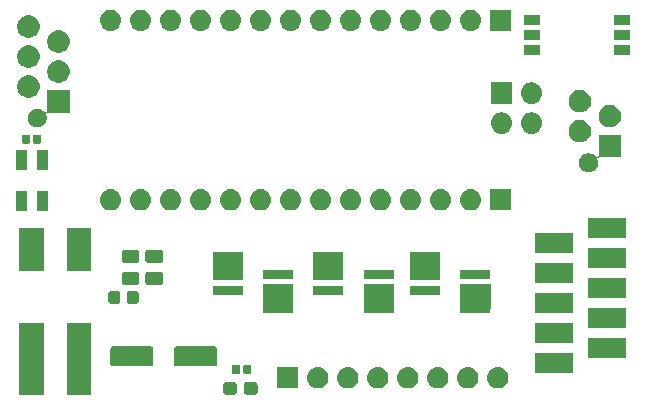
<source format=gbr>
G04 #@! TF.GenerationSoftware,KiCad,Pcbnew,5.1.2-f72e74a~84~ubuntu18.04.1*
G04 #@! TF.CreationDate,2019-09-23T02:40:17+02:00*
G04 #@! TF.ProjectId,board,626f6172-642e-46b6-9963-61645f706362,rev?*
G04 #@! TF.SameCoordinates,Original*
G04 #@! TF.FileFunction,Soldermask,Top*
G04 #@! TF.FilePolarity,Negative*
%FSLAX46Y46*%
G04 Gerber Fmt 4.6, Leading zero omitted, Abs format (unit mm)*
G04 Created by KiCad (PCBNEW 5.1.2-f72e74a~84~ubuntu18.04.1) date 2019-09-23 02:40:17*
%MOMM*%
%LPD*%
G04 APERTURE LIST*
%ADD10C,0.100000*%
G04 APERTURE END LIST*
D10*
G36*
X107191000Y-133543000D02*
G01*
X105089000Y-133543000D01*
X105089000Y-127441000D01*
X107191000Y-127441000D01*
X107191000Y-133543000D01*
X107191000Y-133543000D01*
G37*
G36*
X103191000Y-133543000D02*
G01*
X101089000Y-133543000D01*
X101089000Y-127441000D01*
X103191000Y-127441000D01*
X103191000Y-133543000D01*
X103191000Y-133543000D01*
G37*
G36*
X121089499Y-132478445D02*
G01*
X121126995Y-132489820D01*
X121161554Y-132508292D01*
X121191847Y-132533153D01*
X121216708Y-132563446D01*
X121235180Y-132598005D01*
X121246555Y-132635501D01*
X121251000Y-132680638D01*
X121251000Y-133319362D01*
X121246555Y-133364499D01*
X121235180Y-133401995D01*
X121216708Y-133436554D01*
X121191847Y-133466847D01*
X121161554Y-133491708D01*
X121126995Y-133510180D01*
X121089499Y-133521555D01*
X121044362Y-133526000D01*
X120305638Y-133526000D01*
X120260501Y-133521555D01*
X120223005Y-133510180D01*
X120188446Y-133491708D01*
X120158153Y-133466847D01*
X120133292Y-133436554D01*
X120114820Y-133401995D01*
X120103445Y-133364499D01*
X120099000Y-133319362D01*
X120099000Y-132680638D01*
X120103445Y-132635501D01*
X120114820Y-132598005D01*
X120133292Y-132563446D01*
X120158153Y-132533153D01*
X120188446Y-132508292D01*
X120223005Y-132489820D01*
X120260501Y-132478445D01*
X120305638Y-132474000D01*
X121044362Y-132474000D01*
X121089499Y-132478445D01*
X121089499Y-132478445D01*
G37*
G36*
X119339499Y-132478445D02*
G01*
X119376995Y-132489820D01*
X119411554Y-132508292D01*
X119441847Y-132533153D01*
X119466708Y-132563446D01*
X119485180Y-132598005D01*
X119496555Y-132635501D01*
X119501000Y-132680638D01*
X119501000Y-133319362D01*
X119496555Y-133364499D01*
X119485180Y-133401995D01*
X119466708Y-133436554D01*
X119441847Y-133466847D01*
X119411554Y-133491708D01*
X119376995Y-133510180D01*
X119339499Y-133521555D01*
X119294362Y-133526000D01*
X118555638Y-133526000D01*
X118510501Y-133521555D01*
X118473005Y-133510180D01*
X118438446Y-133491708D01*
X118408153Y-133466847D01*
X118383292Y-133436554D01*
X118364820Y-133401995D01*
X118353445Y-133364499D01*
X118349000Y-133319362D01*
X118349000Y-132680638D01*
X118353445Y-132635501D01*
X118364820Y-132598005D01*
X118383292Y-132563446D01*
X118408153Y-132533153D01*
X118438446Y-132508292D01*
X118473005Y-132489820D01*
X118510501Y-132478445D01*
X118555638Y-132474000D01*
X119294362Y-132474000D01*
X119339499Y-132478445D01*
X119339499Y-132478445D01*
G37*
G36*
X139150443Y-131205519D02*
G01*
X139216627Y-131212037D01*
X139386466Y-131263557D01*
X139542991Y-131347222D01*
X139578729Y-131376552D01*
X139680186Y-131459814D01*
X139763448Y-131561271D01*
X139792778Y-131597009D01*
X139876443Y-131753534D01*
X139927963Y-131923373D01*
X139945359Y-132100000D01*
X139927963Y-132276627D01*
X139876443Y-132446466D01*
X139792778Y-132602991D01*
X139763448Y-132638729D01*
X139680186Y-132740186D01*
X139578729Y-132823448D01*
X139542991Y-132852778D01*
X139386466Y-132936443D01*
X139216627Y-132987963D01*
X139150443Y-132994481D01*
X139084260Y-133001000D01*
X138995740Y-133001000D01*
X138929557Y-132994481D01*
X138863373Y-132987963D01*
X138693534Y-132936443D01*
X138537009Y-132852778D01*
X138501271Y-132823448D01*
X138399814Y-132740186D01*
X138316552Y-132638729D01*
X138287222Y-132602991D01*
X138203557Y-132446466D01*
X138152037Y-132276627D01*
X138134641Y-132100000D01*
X138152037Y-131923373D01*
X138203557Y-131753534D01*
X138287222Y-131597009D01*
X138316552Y-131561271D01*
X138399814Y-131459814D01*
X138501271Y-131376552D01*
X138537009Y-131347222D01*
X138693534Y-131263557D01*
X138863373Y-131212037D01*
X138929557Y-131205519D01*
X138995740Y-131199000D01*
X139084260Y-131199000D01*
X139150443Y-131205519D01*
X139150443Y-131205519D01*
G37*
G36*
X141690443Y-131205519D02*
G01*
X141756627Y-131212037D01*
X141926466Y-131263557D01*
X142082991Y-131347222D01*
X142118729Y-131376552D01*
X142220186Y-131459814D01*
X142303448Y-131561271D01*
X142332778Y-131597009D01*
X142416443Y-131753534D01*
X142467963Y-131923373D01*
X142485359Y-132100000D01*
X142467963Y-132276627D01*
X142416443Y-132446466D01*
X142332778Y-132602991D01*
X142303448Y-132638729D01*
X142220186Y-132740186D01*
X142118729Y-132823448D01*
X142082991Y-132852778D01*
X141926466Y-132936443D01*
X141756627Y-132987963D01*
X141690443Y-132994481D01*
X141624260Y-133001000D01*
X141535740Y-133001000D01*
X141469557Y-132994481D01*
X141403373Y-132987963D01*
X141233534Y-132936443D01*
X141077009Y-132852778D01*
X141041271Y-132823448D01*
X140939814Y-132740186D01*
X140856552Y-132638729D01*
X140827222Y-132602991D01*
X140743557Y-132446466D01*
X140692037Y-132276627D01*
X140674641Y-132100000D01*
X140692037Y-131923373D01*
X140743557Y-131753534D01*
X140827222Y-131597009D01*
X140856552Y-131561271D01*
X140939814Y-131459814D01*
X141041271Y-131376552D01*
X141077009Y-131347222D01*
X141233534Y-131263557D01*
X141403373Y-131212037D01*
X141469557Y-131205519D01*
X141535740Y-131199000D01*
X141624260Y-131199000D01*
X141690443Y-131205519D01*
X141690443Y-131205519D01*
G37*
G36*
X136610443Y-131205519D02*
G01*
X136676627Y-131212037D01*
X136846466Y-131263557D01*
X137002991Y-131347222D01*
X137038729Y-131376552D01*
X137140186Y-131459814D01*
X137223448Y-131561271D01*
X137252778Y-131597009D01*
X137336443Y-131753534D01*
X137387963Y-131923373D01*
X137405359Y-132100000D01*
X137387963Y-132276627D01*
X137336443Y-132446466D01*
X137252778Y-132602991D01*
X137223448Y-132638729D01*
X137140186Y-132740186D01*
X137038729Y-132823448D01*
X137002991Y-132852778D01*
X136846466Y-132936443D01*
X136676627Y-132987963D01*
X136610443Y-132994481D01*
X136544260Y-133001000D01*
X136455740Y-133001000D01*
X136389557Y-132994481D01*
X136323373Y-132987963D01*
X136153534Y-132936443D01*
X135997009Y-132852778D01*
X135961271Y-132823448D01*
X135859814Y-132740186D01*
X135776552Y-132638729D01*
X135747222Y-132602991D01*
X135663557Y-132446466D01*
X135612037Y-132276627D01*
X135594641Y-132100000D01*
X135612037Y-131923373D01*
X135663557Y-131753534D01*
X135747222Y-131597009D01*
X135776552Y-131561271D01*
X135859814Y-131459814D01*
X135961271Y-131376552D01*
X135997009Y-131347222D01*
X136153534Y-131263557D01*
X136323373Y-131212037D01*
X136389557Y-131205519D01*
X136455740Y-131199000D01*
X136544260Y-131199000D01*
X136610443Y-131205519D01*
X136610443Y-131205519D01*
G37*
G36*
X134070443Y-131205519D02*
G01*
X134136627Y-131212037D01*
X134306466Y-131263557D01*
X134462991Y-131347222D01*
X134498729Y-131376552D01*
X134600186Y-131459814D01*
X134683448Y-131561271D01*
X134712778Y-131597009D01*
X134796443Y-131753534D01*
X134847963Y-131923373D01*
X134865359Y-132100000D01*
X134847963Y-132276627D01*
X134796443Y-132446466D01*
X134712778Y-132602991D01*
X134683448Y-132638729D01*
X134600186Y-132740186D01*
X134498729Y-132823448D01*
X134462991Y-132852778D01*
X134306466Y-132936443D01*
X134136627Y-132987963D01*
X134070443Y-132994481D01*
X134004260Y-133001000D01*
X133915740Y-133001000D01*
X133849557Y-132994481D01*
X133783373Y-132987963D01*
X133613534Y-132936443D01*
X133457009Y-132852778D01*
X133421271Y-132823448D01*
X133319814Y-132740186D01*
X133236552Y-132638729D01*
X133207222Y-132602991D01*
X133123557Y-132446466D01*
X133072037Y-132276627D01*
X133054641Y-132100000D01*
X133072037Y-131923373D01*
X133123557Y-131753534D01*
X133207222Y-131597009D01*
X133236552Y-131561271D01*
X133319814Y-131459814D01*
X133421271Y-131376552D01*
X133457009Y-131347222D01*
X133613534Y-131263557D01*
X133783373Y-131212037D01*
X133849557Y-131205519D01*
X133915740Y-131199000D01*
X134004260Y-131199000D01*
X134070443Y-131205519D01*
X134070443Y-131205519D01*
G37*
G36*
X131530443Y-131205519D02*
G01*
X131596627Y-131212037D01*
X131766466Y-131263557D01*
X131922991Y-131347222D01*
X131958729Y-131376552D01*
X132060186Y-131459814D01*
X132143448Y-131561271D01*
X132172778Y-131597009D01*
X132256443Y-131753534D01*
X132307963Y-131923373D01*
X132325359Y-132100000D01*
X132307963Y-132276627D01*
X132256443Y-132446466D01*
X132172778Y-132602991D01*
X132143448Y-132638729D01*
X132060186Y-132740186D01*
X131958729Y-132823448D01*
X131922991Y-132852778D01*
X131766466Y-132936443D01*
X131596627Y-132987963D01*
X131530443Y-132994481D01*
X131464260Y-133001000D01*
X131375740Y-133001000D01*
X131309557Y-132994481D01*
X131243373Y-132987963D01*
X131073534Y-132936443D01*
X130917009Y-132852778D01*
X130881271Y-132823448D01*
X130779814Y-132740186D01*
X130696552Y-132638729D01*
X130667222Y-132602991D01*
X130583557Y-132446466D01*
X130532037Y-132276627D01*
X130514641Y-132100000D01*
X130532037Y-131923373D01*
X130583557Y-131753534D01*
X130667222Y-131597009D01*
X130696552Y-131561271D01*
X130779814Y-131459814D01*
X130881271Y-131376552D01*
X130917009Y-131347222D01*
X131073534Y-131263557D01*
X131243373Y-131212037D01*
X131309557Y-131205519D01*
X131375740Y-131199000D01*
X131464260Y-131199000D01*
X131530443Y-131205519D01*
X131530443Y-131205519D01*
G37*
G36*
X128990443Y-131205519D02*
G01*
X129056627Y-131212037D01*
X129226466Y-131263557D01*
X129382991Y-131347222D01*
X129418729Y-131376552D01*
X129520186Y-131459814D01*
X129603448Y-131561271D01*
X129632778Y-131597009D01*
X129716443Y-131753534D01*
X129767963Y-131923373D01*
X129785359Y-132100000D01*
X129767963Y-132276627D01*
X129716443Y-132446466D01*
X129632778Y-132602991D01*
X129603448Y-132638729D01*
X129520186Y-132740186D01*
X129418729Y-132823448D01*
X129382991Y-132852778D01*
X129226466Y-132936443D01*
X129056627Y-132987963D01*
X128990443Y-132994481D01*
X128924260Y-133001000D01*
X128835740Y-133001000D01*
X128769557Y-132994481D01*
X128703373Y-132987963D01*
X128533534Y-132936443D01*
X128377009Y-132852778D01*
X128341271Y-132823448D01*
X128239814Y-132740186D01*
X128156552Y-132638729D01*
X128127222Y-132602991D01*
X128043557Y-132446466D01*
X127992037Y-132276627D01*
X127974641Y-132100000D01*
X127992037Y-131923373D01*
X128043557Y-131753534D01*
X128127222Y-131597009D01*
X128156552Y-131561271D01*
X128239814Y-131459814D01*
X128341271Y-131376552D01*
X128377009Y-131347222D01*
X128533534Y-131263557D01*
X128703373Y-131212037D01*
X128769557Y-131205519D01*
X128835740Y-131199000D01*
X128924260Y-131199000D01*
X128990443Y-131205519D01*
X128990443Y-131205519D01*
G37*
G36*
X126450443Y-131205519D02*
G01*
X126516627Y-131212037D01*
X126686466Y-131263557D01*
X126842991Y-131347222D01*
X126878729Y-131376552D01*
X126980186Y-131459814D01*
X127063448Y-131561271D01*
X127092778Y-131597009D01*
X127176443Y-131753534D01*
X127227963Y-131923373D01*
X127245359Y-132100000D01*
X127227963Y-132276627D01*
X127176443Y-132446466D01*
X127092778Y-132602991D01*
X127063448Y-132638729D01*
X126980186Y-132740186D01*
X126878729Y-132823448D01*
X126842991Y-132852778D01*
X126686466Y-132936443D01*
X126516627Y-132987963D01*
X126450443Y-132994481D01*
X126384260Y-133001000D01*
X126295740Y-133001000D01*
X126229557Y-132994481D01*
X126163373Y-132987963D01*
X125993534Y-132936443D01*
X125837009Y-132852778D01*
X125801271Y-132823448D01*
X125699814Y-132740186D01*
X125616552Y-132638729D01*
X125587222Y-132602991D01*
X125503557Y-132446466D01*
X125452037Y-132276627D01*
X125434641Y-132100000D01*
X125452037Y-131923373D01*
X125503557Y-131753534D01*
X125587222Y-131597009D01*
X125616552Y-131561271D01*
X125699814Y-131459814D01*
X125801271Y-131376552D01*
X125837009Y-131347222D01*
X125993534Y-131263557D01*
X126163373Y-131212037D01*
X126229557Y-131205519D01*
X126295740Y-131199000D01*
X126384260Y-131199000D01*
X126450443Y-131205519D01*
X126450443Y-131205519D01*
G37*
G36*
X124701000Y-133001000D02*
G01*
X122899000Y-133001000D01*
X122899000Y-131199000D01*
X124701000Y-131199000D01*
X124701000Y-133001000D01*
X124701000Y-133001000D01*
G37*
G36*
X120641938Y-131031716D02*
G01*
X120662557Y-131037971D01*
X120681553Y-131048124D01*
X120698208Y-131061792D01*
X120711876Y-131078447D01*
X120722029Y-131097443D01*
X120728284Y-131118062D01*
X120731000Y-131145640D01*
X120731000Y-131654360D01*
X120728284Y-131681938D01*
X120722029Y-131702557D01*
X120711876Y-131721553D01*
X120698208Y-131738208D01*
X120681553Y-131751876D01*
X120662557Y-131762029D01*
X120641938Y-131768284D01*
X120614360Y-131771000D01*
X120155640Y-131771000D01*
X120128062Y-131768284D01*
X120107443Y-131762029D01*
X120088447Y-131751876D01*
X120071792Y-131738208D01*
X120058124Y-131721553D01*
X120047971Y-131702557D01*
X120041716Y-131681938D01*
X120039000Y-131654360D01*
X120039000Y-131145640D01*
X120041716Y-131118062D01*
X120047971Y-131097443D01*
X120058124Y-131078447D01*
X120071792Y-131061792D01*
X120088447Y-131048124D01*
X120107443Y-131037971D01*
X120128062Y-131031716D01*
X120155640Y-131029000D01*
X120614360Y-131029000D01*
X120641938Y-131031716D01*
X120641938Y-131031716D01*
G37*
G36*
X119671938Y-131031716D02*
G01*
X119692557Y-131037971D01*
X119711553Y-131048124D01*
X119728208Y-131061792D01*
X119741876Y-131078447D01*
X119752029Y-131097443D01*
X119758284Y-131118062D01*
X119761000Y-131145640D01*
X119761000Y-131654360D01*
X119758284Y-131681938D01*
X119752029Y-131702557D01*
X119741876Y-131721553D01*
X119728208Y-131738208D01*
X119711553Y-131751876D01*
X119692557Y-131762029D01*
X119671938Y-131768284D01*
X119644360Y-131771000D01*
X119185640Y-131771000D01*
X119158062Y-131768284D01*
X119137443Y-131762029D01*
X119118447Y-131751876D01*
X119101792Y-131738208D01*
X119088124Y-131721553D01*
X119077971Y-131702557D01*
X119071716Y-131681938D01*
X119069000Y-131654360D01*
X119069000Y-131145640D01*
X119071716Y-131118062D01*
X119077971Y-131097443D01*
X119088124Y-131078447D01*
X119101792Y-131061792D01*
X119118447Y-131048124D01*
X119137443Y-131037971D01*
X119158062Y-131031716D01*
X119185640Y-131029000D01*
X119644360Y-131029000D01*
X119671938Y-131031716D01*
X119671938Y-131031716D01*
G37*
G36*
X147918000Y-131662000D02*
G01*
X144768000Y-131662000D01*
X144768000Y-130012000D01*
X147918000Y-130012000D01*
X147918000Y-131662000D01*
X147918000Y-131662000D01*
G37*
G36*
X117655997Y-129453051D02*
G01*
X117689652Y-129463261D01*
X117720665Y-129479838D01*
X117747851Y-129502149D01*
X117770162Y-129529335D01*
X117786739Y-129560348D01*
X117796949Y-129594003D01*
X117801000Y-129635138D01*
X117801000Y-130964862D01*
X117796949Y-131005997D01*
X117786739Y-131039652D01*
X117770162Y-131070665D01*
X117747851Y-131097851D01*
X117720665Y-131120162D01*
X117689652Y-131136739D01*
X117655997Y-131146949D01*
X117614862Y-131151000D01*
X114385138Y-131151000D01*
X114344003Y-131146949D01*
X114310348Y-131136739D01*
X114279335Y-131120162D01*
X114252149Y-131097851D01*
X114229838Y-131070665D01*
X114213261Y-131039652D01*
X114203051Y-131005997D01*
X114199000Y-130964862D01*
X114199000Y-129635138D01*
X114203051Y-129594003D01*
X114213261Y-129560348D01*
X114229838Y-129529335D01*
X114252149Y-129502149D01*
X114279335Y-129479838D01*
X114310348Y-129463261D01*
X114344003Y-129453051D01*
X114385138Y-129449000D01*
X117614862Y-129449000D01*
X117655997Y-129453051D01*
X117655997Y-129453051D01*
G37*
G36*
X112255997Y-129453051D02*
G01*
X112289652Y-129463261D01*
X112320665Y-129479838D01*
X112347851Y-129502149D01*
X112370162Y-129529335D01*
X112386739Y-129560348D01*
X112396949Y-129594003D01*
X112401000Y-129635138D01*
X112401000Y-130964862D01*
X112396949Y-131005997D01*
X112386739Y-131039652D01*
X112370162Y-131070665D01*
X112347851Y-131097851D01*
X112320665Y-131120162D01*
X112289652Y-131136739D01*
X112255997Y-131146949D01*
X112214862Y-131151000D01*
X108985138Y-131151000D01*
X108944003Y-131146949D01*
X108910348Y-131136739D01*
X108879335Y-131120162D01*
X108852149Y-131097851D01*
X108829838Y-131070665D01*
X108813261Y-131039652D01*
X108803051Y-131005997D01*
X108799000Y-130964862D01*
X108799000Y-129635138D01*
X108803051Y-129594003D01*
X108813261Y-129560348D01*
X108829838Y-129529335D01*
X108852149Y-129502149D01*
X108879335Y-129479838D01*
X108910348Y-129463261D01*
X108944003Y-129453051D01*
X108985138Y-129449000D01*
X112214862Y-129449000D01*
X112255997Y-129453051D01*
X112255997Y-129453051D01*
G37*
G36*
X152418000Y-130392000D02*
G01*
X149268000Y-130392000D01*
X149268000Y-128742000D01*
X152418000Y-128742000D01*
X152418000Y-130392000D01*
X152418000Y-130392000D01*
G37*
G36*
X147918000Y-129122000D02*
G01*
X144768000Y-129122000D01*
X144768000Y-127472000D01*
X147918000Y-127472000D01*
X147918000Y-129122000D01*
X147918000Y-129122000D01*
G37*
G36*
X152418000Y-127852000D02*
G01*
X149268000Y-127852000D01*
X149268000Y-126202000D01*
X152418000Y-126202000D01*
X152418000Y-127852000D01*
X152418000Y-127852000D01*
G37*
G36*
X124276000Y-126278048D02*
G01*
X124273402Y-126286613D01*
X124271000Y-126310999D01*
X124271000Y-126606000D01*
X121729000Y-126606000D01*
X121729000Y-126310999D01*
X121726598Y-126286613D01*
X121724000Y-126278048D01*
X121724000Y-124184000D01*
X124276000Y-124184000D01*
X124276000Y-126278048D01*
X124276000Y-126278048D01*
G37*
G36*
X132776000Y-126278048D02*
G01*
X132773402Y-126286613D01*
X132771000Y-126310999D01*
X132771000Y-126606000D01*
X130229000Y-126606000D01*
X130229000Y-126310999D01*
X130226598Y-126286613D01*
X130224000Y-126278048D01*
X130224000Y-124184000D01*
X132776000Y-124184000D01*
X132776000Y-126278048D01*
X132776000Y-126278048D01*
G37*
G36*
X140976000Y-126278048D02*
G01*
X140973402Y-126286613D01*
X140971000Y-126310999D01*
X140971000Y-126606000D01*
X138429000Y-126606000D01*
X138429000Y-126310999D01*
X138426598Y-126286613D01*
X138424000Y-126278048D01*
X138424000Y-124184000D01*
X140976000Y-124184000D01*
X140976000Y-126278048D01*
X140976000Y-126278048D01*
G37*
G36*
X147918000Y-126582000D02*
G01*
X144768000Y-126582000D01*
X144768000Y-124932000D01*
X147918000Y-124932000D01*
X147918000Y-126582000D01*
X147918000Y-126582000D01*
G37*
G36*
X111029591Y-124778085D02*
G01*
X111063569Y-124788393D01*
X111094890Y-124805134D01*
X111122339Y-124827661D01*
X111144866Y-124855110D01*
X111161607Y-124886431D01*
X111171915Y-124920409D01*
X111176000Y-124961890D01*
X111176000Y-125638110D01*
X111171915Y-125679591D01*
X111161607Y-125713569D01*
X111144866Y-125744890D01*
X111122339Y-125772339D01*
X111094890Y-125794866D01*
X111063569Y-125811607D01*
X111029591Y-125821915D01*
X110988110Y-125826000D01*
X110386890Y-125826000D01*
X110345409Y-125821915D01*
X110311431Y-125811607D01*
X110280110Y-125794866D01*
X110252661Y-125772339D01*
X110230134Y-125744890D01*
X110213393Y-125713569D01*
X110203085Y-125679591D01*
X110199000Y-125638110D01*
X110199000Y-124961890D01*
X110203085Y-124920409D01*
X110213393Y-124886431D01*
X110230134Y-124855110D01*
X110252661Y-124827661D01*
X110280110Y-124805134D01*
X110311431Y-124788393D01*
X110345409Y-124778085D01*
X110386890Y-124774000D01*
X110988110Y-124774000D01*
X111029591Y-124778085D01*
X111029591Y-124778085D01*
G37*
G36*
X109454591Y-124778085D02*
G01*
X109488569Y-124788393D01*
X109519890Y-124805134D01*
X109547339Y-124827661D01*
X109569866Y-124855110D01*
X109586607Y-124886431D01*
X109596915Y-124920409D01*
X109601000Y-124961890D01*
X109601000Y-125638110D01*
X109596915Y-125679591D01*
X109586607Y-125713569D01*
X109569866Y-125744890D01*
X109547339Y-125772339D01*
X109519890Y-125794866D01*
X109488569Y-125811607D01*
X109454591Y-125821915D01*
X109413110Y-125826000D01*
X108811890Y-125826000D01*
X108770409Y-125821915D01*
X108736431Y-125811607D01*
X108705110Y-125794866D01*
X108677661Y-125772339D01*
X108655134Y-125744890D01*
X108638393Y-125713569D01*
X108628085Y-125679591D01*
X108624000Y-125638110D01*
X108624000Y-124961890D01*
X108628085Y-124920409D01*
X108638393Y-124886431D01*
X108655134Y-124855110D01*
X108677661Y-124827661D01*
X108705110Y-124805134D01*
X108736431Y-124788393D01*
X108770409Y-124778085D01*
X108811890Y-124774000D01*
X109413110Y-124774000D01*
X109454591Y-124778085D01*
X109454591Y-124778085D01*
G37*
G36*
X152418000Y-125312000D02*
G01*
X149268000Y-125312000D01*
X149268000Y-123662000D01*
X152418000Y-123662000D01*
X152418000Y-125312000D01*
X152418000Y-125312000D01*
G37*
G36*
X136716000Y-125056000D02*
G01*
X134174000Y-125056000D01*
X134174000Y-124324000D01*
X136716000Y-124324000D01*
X136716000Y-125056000D01*
X136716000Y-125056000D01*
G37*
G36*
X120021000Y-125056000D02*
G01*
X117479000Y-125056000D01*
X117479000Y-124324000D01*
X120021000Y-124324000D01*
X120021000Y-125056000D01*
X120021000Y-125056000D01*
G37*
G36*
X128521000Y-125056000D02*
G01*
X125979000Y-125056000D01*
X125979000Y-124324000D01*
X128521000Y-124324000D01*
X128521000Y-125056000D01*
X128521000Y-125056000D01*
G37*
G36*
X113084468Y-123153565D02*
G01*
X113123138Y-123165296D01*
X113158777Y-123184346D01*
X113190017Y-123209983D01*
X113215654Y-123241223D01*
X113234704Y-123276862D01*
X113246435Y-123315532D01*
X113251000Y-123361888D01*
X113251000Y-124013112D01*
X113246435Y-124059468D01*
X113234704Y-124098138D01*
X113215654Y-124133777D01*
X113190017Y-124165017D01*
X113158777Y-124190654D01*
X113123138Y-124209704D01*
X113084468Y-124221435D01*
X113038112Y-124226000D01*
X111961888Y-124226000D01*
X111915532Y-124221435D01*
X111876862Y-124209704D01*
X111841223Y-124190654D01*
X111809983Y-124165017D01*
X111784346Y-124133777D01*
X111765296Y-124098138D01*
X111753565Y-124059468D01*
X111749000Y-124013112D01*
X111749000Y-123361888D01*
X111753565Y-123315532D01*
X111765296Y-123276862D01*
X111784346Y-123241223D01*
X111809983Y-123209983D01*
X111841223Y-123184346D01*
X111876862Y-123165296D01*
X111915532Y-123153565D01*
X111961888Y-123149000D01*
X113038112Y-123149000D01*
X113084468Y-123153565D01*
X113084468Y-123153565D01*
G37*
G36*
X111084468Y-123153565D02*
G01*
X111123138Y-123165296D01*
X111158777Y-123184346D01*
X111190017Y-123209983D01*
X111215654Y-123241223D01*
X111234704Y-123276862D01*
X111246435Y-123315532D01*
X111251000Y-123361888D01*
X111251000Y-124013112D01*
X111246435Y-124059468D01*
X111234704Y-124098138D01*
X111215654Y-124133777D01*
X111190017Y-124165017D01*
X111158777Y-124190654D01*
X111123138Y-124209704D01*
X111084468Y-124221435D01*
X111038112Y-124226000D01*
X109961888Y-124226000D01*
X109915532Y-124221435D01*
X109876862Y-124209704D01*
X109841223Y-124190654D01*
X109809983Y-124165017D01*
X109784346Y-124133777D01*
X109765296Y-124098138D01*
X109753565Y-124059468D01*
X109749000Y-124013112D01*
X109749000Y-123361888D01*
X109753565Y-123315532D01*
X109765296Y-123276862D01*
X109784346Y-123241223D01*
X109809983Y-123209983D01*
X109841223Y-123184346D01*
X109876862Y-123165296D01*
X109915532Y-123153565D01*
X109961888Y-123149000D01*
X111038112Y-123149000D01*
X111084468Y-123153565D01*
X111084468Y-123153565D01*
G37*
G36*
X147918000Y-124042000D02*
G01*
X144768000Y-124042000D01*
X144768000Y-122392000D01*
X147918000Y-122392000D01*
X147918000Y-124042000D01*
X147918000Y-124042000D01*
G37*
G36*
X136716000Y-121739001D02*
G01*
X136718402Y-121763387D01*
X136721000Y-121771952D01*
X136721000Y-123866000D01*
X134169000Y-123866000D01*
X134169000Y-121771952D01*
X134171598Y-121763387D01*
X134174000Y-121739001D01*
X134174000Y-121444000D01*
X136716000Y-121444000D01*
X136716000Y-121739001D01*
X136716000Y-121739001D01*
G37*
G36*
X120021000Y-121739001D02*
G01*
X120023402Y-121763387D01*
X120026000Y-121771952D01*
X120026000Y-123866000D01*
X117474000Y-123866000D01*
X117474000Y-121771952D01*
X117476598Y-121763387D01*
X117479000Y-121739001D01*
X117479000Y-121444000D01*
X120021000Y-121444000D01*
X120021000Y-121739001D01*
X120021000Y-121739001D01*
G37*
G36*
X128521000Y-121739001D02*
G01*
X128523402Y-121763387D01*
X128526000Y-121771952D01*
X128526000Y-123866000D01*
X125974000Y-123866000D01*
X125974000Y-121771952D01*
X125976598Y-121763387D01*
X125979000Y-121739001D01*
X125979000Y-121444000D01*
X128521000Y-121444000D01*
X128521000Y-121739001D01*
X128521000Y-121739001D01*
G37*
G36*
X132771000Y-123726000D02*
G01*
X130229000Y-123726000D01*
X130229000Y-122994000D01*
X132771000Y-122994000D01*
X132771000Y-123726000D01*
X132771000Y-123726000D01*
G37*
G36*
X140971000Y-123726000D02*
G01*
X138429000Y-123726000D01*
X138429000Y-122994000D01*
X140971000Y-122994000D01*
X140971000Y-123726000D01*
X140971000Y-123726000D01*
G37*
G36*
X124271000Y-123726000D02*
G01*
X121729000Y-123726000D01*
X121729000Y-122994000D01*
X124271000Y-122994000D01*
X124271000Y-123726000D01*
X124271000Y-123726000D01*
G37*
G36*
X107191000Y-123043000D02*
G01*
X105089000Y-123043000D01*
X105089000Y-119441000D01*
X107191000Y-119441000D01*
X107191000Y-123043000D01*
X107191000Y-123043000D01*
G37*
G36*
X103191000Y-123043000D02*
G01*
X101089000Y-123043000D01*
X101089000Y-119441000D01*
X103191000Y-119441000D01*
X103191000Y-123043000D01*
X103191000Y-123043000D01*
G37*
G36*
X152418000Y-122772000D02*
G01*
X149268000Y-122772000D01*
X149268000Y-121122000D01*
X152418000Y-121122000D01*
X152418000Y-122772000D01*
X152418000Y-122772000D01*
G37*
G36*
X111084468Y-121278565D02*
G01*
X111123138Y-121290296D01*
X111158777Y-121309346D01*
X111190017Y-121334983D01*
X111215654Y-121366223D01*
X111234704Y-121401862D01*
X111246435Y-121440532D01*
X111251000Y-121486888D01*
X111251000Y-122138112D01*
X111246435Y-122184468D01*
X111234704Y-122223138D01*
X111215654Y-122258777D01*
X111190017Y-122290017D01*
X111158777Y-122315654D01*
X111123138Y-122334704D01*
X111084468Y-122346435D01*
X111038112Y-122351000D01*
X109961888Y-122351000D01*
X109915532Y-122346435D01*
X109876862Y-122334704D01*
X109841223Y-122315654D01*
X109809983Y-122290017D01*
X109784346Y-122258777D01*
X109765296Y-122223138D01*
X109753565Y-122184468D01*
X109749000Y-122138112D01*
X109749000Y-121486888D01*
X109753565Y-121440532D01*
X109765296Y-121401862D01*
X109784346Y-121366223D01*
X109809983Y-121334983D01*
X109841223Y-121309346D01*
X109876862Y-121290296D01*
X109915532Y-121278565D01*
X109961888Y-121274000D01*
X111038112Y-121274000D01*
X111084468Y-121278565D01*
X111084468Y-121278565D01*
G37*
G36*
X113084468Y-121278565D02*
G01*
X113123138Y-121290296D01*
X113158777Y-121309346D01*
X113190017Y-121334983D01*
X113215654Y-121366223D01*
X113234704Y-121401862D01*
X113246435Y-121440532D01*
X113251000Y-121486888D01*
X113251000Y-122138112D01*
X113246435Y-122184468D01*
X113234704Y-122223138D01*
X113215654Y-122258777D01*
X113190017Y-122290017D01*
X113158777Y-122315654D01*
X113123138Y-122334704D01*
X113084468Y-122346435D01*
X113038112Y-122351000D01*
X111961888Y-122351000D01*
X111915532Y-122346435D01*
X111876862Y-122334704D01*
X111841223Y-122315654D01*
X111809983Y-122290017D01*
X111784346Y-122258777D01*
X111765296Y-122223138D01*
X111753565Y-122184468D01*
X111749000Y-122138112D01*
X111749000Y-121486888D01*
X111753565Y-121440532D01*
X111765296Y-121401862D01*
X111784346Y-121366223D01*
X111809983Y-121334983D01*
X111841223Y-121309346D01*
X111876862Y-121290296D01*
X111915532Y-121278565D01*
X111961888Y-121274000D01*
X113038112Y-121274000D01*
X113084468Y-121278565D01*
X113084468Y-121278565D01*
G37*
G36*
X147918000Y-121502000D02*
G01*
X144768000Y-121502000D01*
X144768000Y-119852000D01*
X147918000Y-119852000D01*
X147918000Y-121502000D01*
X147918000Y-121502000D01*
G37*
G36*
X152418000Y-120232000D02*
G01*
X149268000Y-120232000D01*
X149268000Y-118582000D01*
X152418000Y-118582000D01*
X152418000Y-120232000D01*
X152418000Y-120232000D01*
G37*
G36*
X103501000Y-118001000D02*
G01*
X102549000Y-118001000D01*
X102549000Y-116299000D01*
X103501000Y-116299000D01*
X103501000Y-118001000D01*
X103501000Y-118001000D01*
G37*
G36*
X101751000Y-118001000D02*
G01*
X100799000Y-118001000D01*
X100799000Y-116299000D01*
X101751000Y-116299000D01*
X101751000Y-118001000D01*
X101751000Y-118001000D01*
G37*
G36*
X142719000Y-117937000D02*
G01*
X140917000Y-117937000D01*
X140917000Y-116135000D01*
X142719000Y-116135000D01*
X142719000Y-117937000D01*
X142719000Y-117937000D01*
G37*
G36*
X139388442Y-116141518D02*
G01*
X139454627Y-116148037D01*
X139624466Y-116199557D01*
X139780991Y-116283222D01*
X139800216Y-116299000D01*
X139918186Y-116395814D01*
X140001448Y-116497271D01*
X140030778Y-116533009D01*
X140114443Y-116689534D01*
X140165963Y-116859373D01*
X140183359Y-117036000D01*
X140165963Y-117212627D01*
X140114443Y-117382466D01*
X140030778Y-117538991D01*
X140001448Y-117574729D01*
X139918186Y-117676186D01*
X139816729Y-117759448D01*
X139780991Y-117788778D01*
X139624466Y-117872443D01*
X139454627Y-117923963D01*
X139388443Y-117930481D01*
X139322260Y-117937000D01*
X139233740Y-117937000D01*
X139167557Y-117930481D01*
X139101373Y-117923963D01*
X138931534Y-117872443D01*
X138775009Y-117788778D01*
X138739271Y-117759448D01*
X138637814Y-117676186D01*
X138554552Y-117574729D01*
X138525222Y-117538991D01*
X138441557Y-117382466D01*
X138390037Y-117212627D01*
X138372641Y-117036000D01*
X138390037Y-116859373D01*
X138441557Y-116689534D01*
X138525222Y-116533009D01*
X138554552Y-116497271D01*
X138637814Y-116395814D01*
X138755784Y-116299000D01*
X138775009Y-116283222D01*
X138931534Y-116199557D01*
X139101373Y-116148037D01*
X139167558Y-116141518D01*
X139233740Y-116135000D01*
X139322260Y-116135000D01*
X139388442Y-116141518D01*
X139388442Y-116141518D01*
G37*
G36*
X136848442Y-116141518D02*
G01*
X136914627Y-116148037D01*
X137084466Y-116199557D01*
X137240991Y-116283222D01*
X137260216Y-116299000D01*
X137378186Y-116395814D01*
X137461448Y-116497271D01*
X137490778Y-116533009D01*
X137574443Y-116689534D01*
X137625963Y-116859373D01*
X137643359Y-117036000D01*
X137625963Y-117212627D01*
X137574443Y-117382466D01*
X137490778Y-117538991D01*
X137461448Y-117574729D01*
X137378186Y-117676186D01*
X137276729Y-117759448D01*
X137240991Y-117788778D01*
X137084466Y-117872443D01*
X136914627Y-117923963D01*
X136848443Y-117930481D01*
X136782260Y-117937000D01*
X136693740Y-117937000D01*
X136627557Y-117930481D01*
X136561373Y-117923963D01*
X136391534Y-117872443D01*
X136235009Y-117788778D01*
X136199271Y-117759448D01*
X136097814Y-117676186D01*
X136014552Y-117574729D01*
X135985222Y-117538991D01*
X135901557Y-117382466D01*
X135850037Y-117212627D01*
X135832641Y-117036000D01*
X135850037Y-116859373D01*
X135901557Y-116689534D01*
X135985222Y-116533009D01*
X136014552Y-116497271D01*
X136097814Y-116395814D01*
X136215784Y-116299000D01*
X136235009Y-116283222D01*
X136391534Y-116199557D01*
X136561373Y-116148037D01*
X136627558Y-116141518D01*
X136693740Y-116135000D01*
X136782260Y-116135000D01*
X136848442Y-116141518D01*
X136848442Y-116141518D01*
G37*
G36*
X116528442Y-116141518D02*
G01*
X116594627Y-116148037D01*
X116764466Y-116199557D01*
X116920991Y-116283222D01*
X116940216Y-116299000D01*
X117058186Y-116395814D01*
X117141448Y-116497271D01*
X117170778Y-116533009D01*
X117254443Y-116689534D01*
X117305963Y-116859373D01*
X117323359Y-117036000D01*
X117305963Y-117212627D01*
X117254443Y-117382466D01*
X117170778Y-117538991D01*
X117141448Y-117574729D01*
X117058186Y-117676186D01*
X116956729Y-117759448D01*
X116920991Y-117788778D01*
X116764466Y-117872443D01*
X116594627Y-117923963D01*
X116528443Y-117930481D01*
X116462260Y-117937000D01*
X116373740Y-117937000D01*
X116307557Y-117930481D01*
X116241373Y-117923963D01*
X116071534Y-117872443D01*
X115915009Y-117788778D01*
X115879271Y-117759448D01*
X115777814Y-117676186D01*
X115694552Y-117574729D01*
X115665222Y-117538991D01*
X115581557Y-117382466D01*
X115530037Y-117212627D01*
X115512641Y-117036000D01*
X115530037Y-116859373D01*
X115581557Y-116689534D01*
X115665222Y-116533009D01*
X115694552Y-116497271D01*
X115777814Y-116395814D01*
X115895784Y-116299000D01*
X115915009Y-116283222D01*
X116071534Y-116199557D01*
X116241373Y-116148037D01*
X116307558Y-116141518D01*
X116373740Y-116135000D01*
X116462260Y-116135000D01*
X116528442Y-116141518D01*
X116528442Y-116141518D01*
G37*
G36*
X134308442Y-116141518D02*
G01*
X134374627Y-116148037D01*
X134544466Y-116199557D01*
X134700991Y-116283222D01*
X134720216Y-116299000D01*
X134838186Y-116395814D01*
X134921448Y-116497271D01*
X134950778Y-116533009D01*
X135034443Y-116689534D01*
X135085963Y-116859373D01*
X135103359Y-117036000D01*
X135085963Y-117212627D01*
X135034443Y-117382466D01*
X134950778Y-117538991D01*
X134921448Y-117574729D01*
X134838186Y-117676186D01*
X134736729Y-117759448D01*
X134700991Y-117788778D01*
X134544466Y-117872443D01*
X134374627Y-117923963D01*
X134308443Y-117930481D01*
X134242260Y-117937000D01*
X134153740Y-117937000D01*
X134087557Y-117930481D01*
X134021373Y-117923963D01*
X133851534Y-117872443D01*
X133695009Y-117788778D01*
X133659271Y-117759448D01*
X133557814Y-117676186D01*
X133474552Y-117574729D01*
X133445222Y-117538991D01*
X133361557Y-117382466D01*
X133310037Y-117212627D01*
X133292641Y-117036000D01*
X133310037Y-116859373D01*
X133361557Y-116689534D01*
X133445222Y-116533009D01*
X133474552Y-116497271D01*
X133557814Y-116395814D01*
X133675784Y-116299000D01*
X133695009Y-116283222D01*
X133851534Y-116199557D01*
X134021373Y-116148037D01*
X134087558Y-116141518D01*
X134153740Y-116135000D01*
X134242260Y-116135000D01*
X134308442Y-116141518D01*
X134308442Y-116141518D01*
G37*
G36*
X131768442Y-116141518D02*
G01*
X131834627Y-116148037D01*
X132004466Y-116199557D01*
X132160991Y-116283222D01*
X132180216Y-116299000D01*
X132298186Y-116395814D01*
X132381448Y-116497271D01*
X132410778Y-116533009D01*
X132494443Y-116689534D01*
X132545963Y-116859373D01*
X132563359Y-117036000D01*
X132545963Y-117212627D01*
X132494443Y-117382466D01*
X132410778Y-117538991D01*
X132381448Y-117574729D01*
X132298186Y-117676186D01*
X132196729Y-117759448D01*
X132160991Y-117788778D01*
X132004466Y-117872443D01*
X131834627Y-117923963D01*
X131768443Y-117930481D01*
X131702260Y-117937000D01*
X131613740Y-117937000D01*
X131547557Y-117930481D01*
X131481373Y-117923963D01*
X131311534Y-117872443D01*
X131155009Y-117788778D01*
X131119271Y-117759448D01*
X131017814Y-117676186D01*
X130934552Y-117574729D01*
X130905222Y-117538991D01*
X130821557Y-117382466D01*
X130770037Y-117212627D01*
X130752641Y-117036000D01*
X130770037Y-116859373D01*
X130821557Y-116689534D01*
X130905222Y-116533009D01*
X130934552Y-116497271D01*
X131017814Y-116395814D01*
X131135784Y-116299000D01*
X131155009Y-116283222D01*
X131311534Y-116199557D01*
X131481373Y-116148037D01*
X131547558Y-116141518D01*
X131613740Y-116135000D01*
X131702260Y-116135000D01*
X131768442Y-116141518D01*
X131768442Y-116141518D01*
G37*
G36*
X129228442Y-116141518D02*
G01*
X129294627Y-116148037D01*
X129464466Y-116199557D01*
X129620991Y-116283222D01*
X129640216Y-116299000D01*
X129758186Y-116395814D01*
X129841448Y-116497271D01*
X129870778Y-116533009D01*
X129954443Y-116689534D01*
X130005963Y-116859373D01*
X130023359Y-117036000D01*
X130005963Y-117212627D01*
X129954443Y-117382466D01*
X129870778Y-117538991D01*
X129841448Y-117574729D01*
X129758186Y-117676186D01*
X129656729Y-117759448D01*
X129620991Y-117788778D01*
X129464466Y-117872443D01*
X129294627Y-117923963D01*
X129228443Y-117930481D01*
X129162260Y-117937000D01*
X129073740Y-117937000D01*
X129007557Y-117930481D01*
X128941373Y-117923963D01*
X128771534Y-117872443D01*
X128615009Y-117788778D01*
X128579271Y-117759448D01*
X128477814Y-117676186D01*
X128394552Y-117574729D01*
X128365222Y-117538991D01*
X128281557Y-117382466D01*
X128230037Y-117212627D01*
X128212641Y-117036000D01*
X128230037Y-116859373D01*
X128281557Y-116689534D01*
X128365222Y-116533009D01*
X128394552Y-116497271D01*
X128477814Y-116395814D01*
X128595784Y-116299000D01*
X128615009Y-116283222D01*
X128771534Y-116199557D01*
X128941373Y-116148037D01*
X129007558Y-116141518D01*
X129073740Y-116135000D01*
X129162260Y-116135000D01*
X129228442Y-116141518D01*
X129228442Y-116141518D01*
G37*
G36*
X124148442Y-116141518D02*
G01*
X124214627Y-116148037D01*
X124384466Y-116199557D01*
X124540991Y-116283222D01*
X124560216Y-116299000D01*
X124678186Y-116395814D01*
X124761448Y-116497271D01*
X124790778Y-116533009D01*
X124874443Y-116689534D01*
X124925963Y-116859373D01*
X124943359Y-117036000D01*
X124925963Y-117212627D01*
X124874443Y-117382466D01*
X124790778Y-117538991D01*
X124761448Y-117574729D01*
X124678186Y-117676186D01*
X124576729Y-117759448D01*
X124540991Y-117788778D01*
X124384466Y-117872443D01*
X124214627Y-117923963D01*
X124148443Y-117930481D01*
X124082260Y-117937000D01*
X123993740Y-117937000D01*
X123927557Y-117930481D01*
X123861373Y-117923963D01*
X123691534Y-117872443D01*
X123535009Y-117788778D01*
X123499271Y-117759448D01*
X123397814Y-117676186D01*
X123314552Y-117574729D01*
X123285222Y-117538991D01*
X123201557Y-117382466D01*
X123150037Y-117212627D01*
X123132641Y-117036000D01*
X123150037Y-116859373D01*
X123201557Y-116689534D01*
X123285222Y-116533009D01*
X123314552Y-116497271D01*
X123397814Y-116395814D01*
X123515784Y-116299000D01*
X123535009Y-116283222D01*
X123691534Y-116199557D01*
X123861373Y-116148037D01*
X123927558Y-116141518D01*
X123993740Y-116135000D01*
X124082260Y-116135000D01*
X124148442Y-116141518D01*
X124148442Y-116141518D01*
G37*
G36*
X126688442Y-116141518D02*
G01*
X126754627Y-116148037D01*
X126924466Y-116199557D01*
X127080991Y-116283222D01*
X127100216Y-116299000D01*
X127218186Y-116395814D01*
X127301448Y-116497271D01*
X127330778Y-116533009D01*
X127414443Y-116689534D01*
X127465963Y-116859373D01*
X127483359Y-117036000D01*
X127465963Y-117212627D01*
X127414443Y-117382466D01*
X127330778Y-117538991D01*
X127301448Y-117574729D01*
X127218186Y-117676186D01*
X127116729Y-117759448D01*
X127080991Y-117788778D01*
X126924466Y-117872443D01*
X126754627Y-117923963D01*
X126688443Y-117930481D01*
X126622260Y-117937000D01*
X126533740Y-117937000D01*
X126467557Y-117930481D01*
X126401373Y-117923963D01*
X126231534Y-117872443D01*
X126075009Y-117788778D01*
X126039271Y-117759448D01*
X125937814Y-117676186D01*
X125854552Y-117574729D01*
X125825222Y-117538991D01*
X125741557Y-117382466D01*
X125690037Y-117212627D01*
X125672641Y-117036000D01*
X125690037Y-116859373D01*
X125741557Y-116689534D01*
X125825222Y-116533009D01*
X125854552Y-116497271D01*
X125937814Y-116395814D01*
X126055784Y-116299000D01*
X126075009Y-116283222D01*
X126231534Y-116199557D01*
X126401373Y-116148037D01*
X126467558Y-116141518D01*
X126533740Y-116135000D01*
X126622260Y-116135000D01*
X126688442Y-116141518D01*
X126688442Y-116141518D01*
G37*
G36*
X111448442Y-116141518D02*
G01*
X111514627Y-116148037D01*
X111684466Y-116199557D01*
X111840991Y-116283222D01*
X111860216Y-116299000D01*
X111978186Y-116395814D01*
X112061448Y-116497271D01*
X112090778Y-116533009D01*
X112174443Y-116689534D01*
X112225963Y-116859373D01*
X112243359Y-117036000D01*
X112225963Y-117212627D01*
X112174443Y-117382466D01*
X112090778Y-117538991D01*
X112061448Y-117574729D01*
X111978186Y-117676186D01*
X111876729Y-117759448D01*
X111840991Y-117788778D01*
X111684466Y-117872443D01*
X111514627Y-117923963D01*
X111448443Y-117930481D01*
X111382260Y-117937000D01*
X111293740Y-117937000D01*
X111227557Y-117930481D01*
X111161373Y-117923963D01*
X110991534Y-117872443D01*
X110835009Y-117788778D01*
X110799271Y-117759448D01*
X110697814Y-117676186D01*
X110614552Y-117574729D01*
X110585222Y-117538991D01*
X110501557Y-117382466D01*
X110450037Y-117212627D01*
X110432641Y-117036000D01*
X110450037Y-116859373D01*
X110501557Y-116689534D01*
X110585222Y-116533009D01*
X110614552Y-116497271D01*
X110697814Y-116395814D01*
X110815784Y-116299000D01*
X110835009Y-116283222D01*
X110991534Y-116199557D01*
X111161373Y-116148037D01*
X111227558Y-116141518D01*
X111293740Y-116135000D01*
X111382260Y-116135000D01*
X111448442Y-116141518D01*
X111448442Y-116141518D01*
G37*
G36*
X113988442Y-116141518D02*
G01*
X114054627Y-116148037D01*
X114224466Y-116199557D01*
X114380991Y-116283222D01*
X114400216Y-116299000D01*
X114518186Y-116395814D01*
X114601448Y-116497271D01*
X114630778Y-116533009D01*
X114714443Y-116689534D01*
X114765963Y-116859373D01*
X114783359Y-117036000D01*
X114765963Y-117212627D01*
X114714443Y-117382466D01*
X114630778Y-117538991D01*
X114601448Y-117574729D01*
X114518186Y-117676186D01*
X114416729Y-117759448D01*
X114380991Y-117788778D01*
X114224466Y-117872443D01*
X114054627Y-117923963D01*
X113988443Y-117930481D01*
X113922260Y-117937000D01*
X113833740Y-117937000D01*
X113767557Y-117930481D01*
X113701373Y-117923963D01*
X113531534Y-117872443D01*
X113375009Y-117788778D01*
X113339271Y-117759448D01*
X113237814Y-117676186D01*
X113154552Y-117574729D01*
X113125222Y-117538991D01*
X113041557Y-117382466D01*
X112990037Y-117212627D01*
X112972641Y-117036000D01*
X112990037Y-116859373D01*
X113041557Y-116689534D01*
X113125222Y-116533009D01*
X113154552Y-116497271D01*
X113237814Y-116395814D01*
X113355784Y-116299000D01*
X113375009Y-116283222D01*
X113531534Y-116199557D01*
X113701373Y-116148037D01*
X113767558Y-116141518D01*
X113833740Y-116135000D01*
X113922260Y-116135000D01*
X113988442Y-116141518D01*
X113988442Y-116141518D01*
G37*
G36*
X119068442Y-116141518D02*
G01*
X119134627Y-116148037D01*
X119304466Y-116199557D01*
X119460991Y-116283222D01*
X119480216Y-116299000D01*
X119598186Y-116395814D01*
X119681448Y-116497271D01*
X119710778Y-116533009D01*
X119794443Y-116689534D01*
X119845963Y-116859373D01*
X119863359Y-117036000D01*
X119845963Y-117212627D01*
X119794443Y-117382466D01*
X119710778Y-117538991D01*
X119681448Y-117574729D01*
X119598186Y-117676186D01*
X119496729Y-117759448D01*
X119460991Y-117788778D01*
X119304466Y-117872443D01*
X119134627Y-117923963D01*
X119068443Y-117930481D01*
X119002260Y-117937000D01*
X118913740Y-117937000D01*
X118847557Y-117930481D01*
X118781373Y-117923963D01*
X118611534Y-117872443D01*
X118455009Y-117788778D01*
X118419271Y-117759448D01*
X118317814Y-117676186D01*
X118234552Y-117574729D01*
X118205222Y-117538991D01*
X118121557Y-117382466D01*
X118070037Y-117212627D01*
X118052641Y-117036000D01*
X118070037Y-116859373D01*
X118121557Y-116689534D01*
X118205222Y-116533009D01*
X118234552Y-116497271D01*
X118317814Y-116395814D01*
X118435784Y-116299000D01*
X118455009Y-116283222D01*
X118611534Y-116199557D01*
X118781373Y-116148037D01*
X118847558Y-116141518D01*
X118913740Y-116135000D01*
X119002260Y-116135000D01*
X119068442Y-116141518D01*
X119068442Y-116141518D01*
G37*
G36*
X121608442Y-116141518D02*
G01*
X121674627Y-116148037D01*
X121844466Y-116199557D01*
X122000991Y-116283222D01*
X122020216Y-116299000D01*
X122138186Y-116395814D01*
X122221448Y-116497271D01*
X122250778Y-116533009D01*
X122334443Y-116689534D01*
X122385963Y-116859373D01*
X122403359Y-117036000D01*
X122385963Y-117212627D01*
X122334443Y-117382466D01*
X122250778Y-117538991D01*
X122221448Y-117574729D01*
X122138186Y-117676186D01*
X122036729Y-117759448D01*
X122000991Y-117788778D01*
X121844466Y-117872443D01*
X121674627Y-117923963D01*
X121608443Y-117930481D01*
X121542260Y-117937000D01*
X121453740Y-117937000D01*
X121387557Y-117930481D01*
X121321373Y-117923963D01*
X121151534Y-117872443D01*
X120995009Y-117788778D01*
X120959271Y-117759448D01*
X120857814Y-117676186D01*
X120774552Y-117574729D01*
X120745222Y-117538991D01*
X120661557Y-117382466D01*
X120610037Y-117212627D01*
X120592641Y-117036000D01*
X120610037Y-116859373D01*
X120661557Y-116689534D01*
X120745222Y-116533009D01*
X120774552Y-116497271D01*
X120857814Y-116395814D01*
X120975784Y-116299000D01*
X120995009Y-116283222D01*
X121151534Y-116199557D01*
X121321373Y-116148037D01*
X121387558Y-116141518D01*
X121453740Y-116135000D01*
X121542260Y-116135000D01*
X121608442Y-116141518D01*
X121608442Y-116141518D01*
G37*
G36*
X108908442Y-116141518D02*
G01*
X108974627Y-116148037D01*
X109144466Y-116199557D01*
X109300991Y-116283222D01*
X109320216Y-116299000D01*
X109438186Y-116395814D01*
X109521448Y-116497271D01*
X109550778Y-116533009D01*
X109634443Y-116689534D01*
X109685963Y-116859373D01*
X109703359Y-117036000D01*
X109685963Y-117212627D01*
X109634443Y-117382466D01*
X109550778Y-117538991D01*
X109521448Y-117574729D01*
X109438186Y-117676186D01*
X109336729Y-117759448D01*
X109300991Y-117788778D01*
X109144466Y-117872443D01*
X108974627Y-117923963D01*
X108908443Y-117930481D01*
X108842260Y-117937000D01*
X108753740Y-117937000D01*
X108687557Y-117930481D01*
X108621373Y-117923963D01*
X108451534Y-117872443D01*
X108295009Y-117788778D01*
X108259271Y-117759448D01*
X108157814Y-117676186D01*
X108074552Y-117574729D01*
X108045222Y-117538991D01*
X107961557Y-117382466D01*
X107910037Y-117212627D01*
X107892641Y-117036000D01*
X107910037Y-116859373D01*
X107961557Y-116689534D01*
X108045222Y-116533009D01*
X108074552Y-116497271D01*
X108157814Y-116395814D01*
X108275784Y-116299000D01*
X108295009Y-116283222D01*
X108451534Y-116199557D01*
X108621373Y-116148037D01*
X108687558Y-116141518D01*
X108753740Y-116135000D01*
X108842260Y-116135000D01*
X108908442Y-116141518D01*
X108908442Y-116141518D01*
G37*
G36*
X152021000Y-113456000D02*
G01*
X150138143Y-113456000D01*
X150113757Y-113458402D01*
X150090308Y-113465515D01*
X150068697Y-113477066D01*
X150049755Y-113492611D01*
X150034210Y-113511553D01*
X150022659Y-113533164D01*
X150015546Y-113556613D01*
X150013144Y-113580999D01*
X150015546Y-113605385D01*
X150022659Y-113628835D01*
X150040267Y-113671345D01*
X150071050Y-113826102D01*
X150071050Y-113983898D01*
X150040267Y-114138657D01*
X149979882Y-114284438D01*
X149979881Y-114284439D01*
X149892216Y-114415640D01*
X149780640Y-114527216D01*
X149714594Y-114571346D01*
X149649438Y-114614882D01*
X149503657Y-114675267D01*
X149348898Y-114706050D01*
X149191102Y-114706050D01*
X149036343Y-114675267D01*
X148890562Y-114614882D01*
X148825406Y-114571346D01*
X148759360Y-114527216D01*
X148647784Y-114415640D01*
X148560119Y-114284439D01*
X148560118Y-114284438D01*
X148499733Y-114138657D01*
X148468950Y-113983898D01*
X148468950Y-113826102D01*
X148499733Y-113671343D01*
X148560118Y-113525562D01*
X148606598Y-113456000D01*
X148647784Y-113394360D01*
X148759360Y-113282784D01*
X148890561Y-113195119D01*
X148890562Y-113195118D01*
X149036343Y-113134733D01*
X149191102Y-113103950D01*
X149348898Y-113103950D01*
X149503657Y-113134733D01*
X149649438Y-113195118D01*
X149649439Y-113195119D01*
X149780640Y-113282784D01*
X149892216Y-113394360D01*
X149892217Y-113394362D01*
X149894952Y-113397097D01*
X149905614Y-113410088D01*
X149924556Y-113425633D01*
X149946167Y-113437184D01*
X149969616Y-113444297D01*
X149994002Y-113446699D01*
X150018388Y-113444297D01*
X150041837Y-113437184D01*
X150063447Y-113425633D01*
X150082389Y-113410087D01*
X150097934Y-113391145D01*
X150109485Y-113369534D01*
X150116598Y-113346085D01*
X150119000Y-113321700D01*
X150119000Y-111554000D01*
X152021000Y-111554000D01*
X152021000Y-113456000D01*
X152021000Y-113456000D01*
G37*
G36*
X103501000Y-114501000D02*
G01*
X102549000Y-114501000D01*
X102549000Y-112799000D01*
X103501000Y-112799000D01*
X103501000Y-114501000D01*
X103501000Y-114501000D01*
G37*
G36*
X101751000Y-114501000D02*
G01*
X100799000Y-114501000D01*
X100799000Y-112799000D01*
X101751000Y-112799000D01*
X101751000Y-114501000D01*
X101751000Y-114501000D01*
G37*
G36*
X102856938Y-111531716D02*
G01*
X102877557Y-111537971D01*
X102896553Y-111548124D01*
X102913208Y-111561792D01*
X102926876Y-111578447D01*
X102937029Y-111597443D01*
X102943284Y-111618062D01*
X102946000Y-111645640D01*
X102946000Y-112154360D01*
X102943284Y-112181938D01*
X102937029Y-112202557D01*
X102926876Y-112221553D01*
X102913208Y-112238208D01*
X102896553Y-112251876D01*
X102877557Y-112262029D01*
X102856938Y-112268284D01*
X102829360Y-112271000D01*
X102370640Y-112271000D01*
X102343062Y-112268284D01*
X102322443Y-112262029D01*
X102303447Y-112251876D01*
X102286792Y-112238208D01*
X102273124Y-112221553D01*
X102262971Y-112202557D01*
X102256716Y-112181938D01*
X102254000Y-112154360D01*
X102254000Y-111645640D01*
X102256716Y-111618062D01*
X102262971Y-111597443D01*
X102273124Y-111578447D01*
X102286792Y-111561792D01*
X102303447Y-111548124D01*
X102322443Y-111537971D01*
X102343062Y-111531716D01*
X102370640Y-111529000D01*
X102829360Y-111529000D01*
X102856938Y-111531716D01*
X102856938Y-111531716D01*
G37*
G36*
X101886938Y-111531716D02*
G01*
X101907557Y-111537971D01*
X101926553Y-111548124D01*
X101943208Y-111561792D01*
X101956876Y-111578447D01*
X101967029Y-111597443D01*
X101973284Y-111618062D01*
X101976000Y-111645640D01*
X101976000Y-112154360D01*
X101973284Y-112181938D01*
X101967029Y-112202557D01*
X101956876Y-112221553D01*
X101943208Y-112238208D01*
X101926553Y-112251876D01*
X101907557Y-112262029D01*
X101886938Y-112268284D01*
X101859360Y-112271000D01*
X101400640Y-112271000D01*
X101373062Y-112268284D01*
X101352443Y-112262029D01*
X101333447Y-112251876D01*
X101316792Y-112238208D01*
X101303124Y-112221553D01*
X101292971Y-112202557D01*
X101286716Y-112181938D01*
X101284000Y-112154360D01*
X101284000Y-111645640D01*
X101286716Y-111618062D01*
X101292971Y-111597443D01*
X101303124Y-111578447D01*
X101316792Y-111561792D01*
X101333447Y-111548124D01*
X101352443Y-111537971D01*
X101373062Y-111531716D01*
X101400640Y-111529000D01*
X101859360Y-111529000D01*
X101886938Y-111531716D01*
X101886938Y-111531716D01*
G37*
G36*
X148807395Y-110320546D02*
G01*
X148980466Y-110392234D01*
X149057818Y-110443919D01*
X149136227Y-110496310D01*
X149268690Y-110628773D01*
X149268691Y-110628775D01*
X149372766Y-110784534D01*
X149444454Y-110957605D01*
X149481000Y-111141333D01*
X149481000Y-111328667D01*
X149444454Y-111512395D01*
X149372766Y-111685466D01*
X149372765Y-111685467D01*
X149268690Y-111841227D01*
X149136227Y-111973690D01*
X149057818Y-112026081D01*
X148980466Y-112077766D01*
X148807395Y-112149454D01*
X148623667Y-112186000D01*
X148436333Y-112186000D01*
X148252605Y-112149454D01*
X148079534Y-112077766D01*
X148002182Y-112026081D01*
X147923773Y-111973690D01*
X147791310Y-111841227D01*
X147687235Y-111685467D01*
X147687234Y-111685466D01*
X147615546Y-111512395D01*
X147579000Y-111328667D01*
X147579000Y-111141333D01*
X147615546Y-110957605D01*
X147687234Y-110784534D01*
X147791309Y-110628775D01*
X147791310Y-110628773D01*
X147923773Y-110496310D01*
X148002182Y-110443919D01*
X148079534Y-110392234D01*
X148252605Y-110320546D01*
X148436333Y-110284000D01*
X148623667Y-110284000D01*
X148807395Y-110320546D01*
X148807395Y-110320546D01*
G37*
G36*
X144536893Y-109644184D02*
G01*
X144616627Y-109652037D01*
X144786466Y-109703557D01*
X144942991Y-109787222D01*
X144973652Y-109812385D01*
X145080186Y-109899814D01*
X145163448Y-110001271D01*
X145192778Y-110037009D01*
X145234610Y-110115271D01*
X145275034Y-110190897D01*
X145276443Y-110193534D01*
X145327963Y-110363373D01*
X145345359Y-110540000D01*
X145327963Y-110716627D01*
X145276443Y-110886466D01*
X145192778Y-111042991D01*
X145163448Y-111078729D01*
X145080186Y-111180186D01*
X144978729Y-111263448D01*
X144942991Y-111292778D01*
X144786466Y-111376443D01*
X144616627Y-111427963D01*
X144550443Y-111434481D01*
X144484260Y-111441000D01*
X144395740Y-111441000D01*
X144329557Y-111434481D01*
X144263373Y-111427963D01*
X144093534Y-111376443D01*
X143937009Y-111292778D01*
X143901271Y-111263448D01*
X143799814Y-111180186D01*
X143716552Y-111078729D01*
X143687222Y-111042991D01*
X143603557Y-110886466D01*
X143552037Y-110716627D01*
X143534641Y-110540000D01*
X143552037Y-110363373D01*
X143603557Y-110193534D01*
X143604967Y-110190897D01*
X143645389Y-110115272D01*
X143687222Y-110037009D01*
X143716552Y-110001271D01*
X143799814Y-109899814D01*
X143906348Y-109812385D01*
X143937009Y-109787222D01*
X144093534Y-109703557D01*
X144263373Y-109652037D01*
X144343107Y-109644184D01*
X144395740Y-109639000D01*
X144484260Y-109639000D01*
X144536893Y-109644184D01*
X144536893Y-109644184D01*
G37*
G36*
X141996893Y-109644184D02*
G01*
X142076627Y-109652037D01*
X142246466Y-109703557D01*
X142402991Y-109787222D01*
X142433652Y-109812385D01*
X142540186Y-109899814D01*
X142623448Y-110001271D01*
X142652778Y-110037009D01*
X142694610Y-110115271D01*
X142735034Y-110190897D01*
X142736443Y-110193534D01*
X142787963Y-110363373D01*
X142805359Y-110540000D01*
X142787963Y-110716627D01*
X142736443Y-110886466D01*
X142652778Y-111042991D01*
X142623448Y-111078729D01*
X142540186Y-111180186D01*
X142438729Y-111263448D01*
X142402991Y-111292778D01*
X142246466Y-111376443D01*
X142076627Y-111427963D01*
X142010443Y-111434481D01*
X141944260Y-111441000D01*
X141855740Y-111441000D01*
X141789557Y-111434481D01*
X141723373Y-111427963D01*
X141553534Y-111376443D01*
X141397009Y-111292778D01*
X141361271Y-111263448D01*
X141259814Y-111180186D01*
X141176552Y-111078729D01*
X141147222Y-111042991D01*
X141063557Y-110886466D01*
X141012037Y-110716627D01*
X140994641Y-110540000D01*
X141012037Y-110363373D01*
X141063557Y-110193534D01*
X141064967Y-110190897D01*
X141105389Y-110115272D01*
X141147222Y-110037009D01*
X141176552Y-110001271D01*
X141259814Y-109899814D01*
X141366348Y-109812385D01*
X141397009Y-109787222D01*
X141553534Y-109703557D01*
X141723373Y-109652037D01*
X141803107Y-109644184D01*
X141855740Y-109639000D01*
X141944260Y-109639000D01*
X141996893Y-109644184D01*
X141996893Y-109644184D01*
G37*
G36*
X151347395Y-109050546D02*
G01*
X151520466Y-109122234D01*
X151597818Y-109173919D01*
X151676227Y-109226310D01*
X151808690Y-109358773D01*
X151808691Y-109358775D01*
X151912766Y-109514534D01*
X151984454Y-109687605D01*
X152021000Y-109871333D01*
X152021000Y-110058667D01*
X151984454Y-110242395D01*
X151912766Y-110415466D01*
X151912765Y-110415467D01*
X151808690Y-110571227D01*
X151676227Y-110703690D01*
X151656868Y-110716625D01*
X151520466Y-110807766D01*
X151347395Y-110879454D01*
X151163667Y-110916000D01*
X150976333Y-110916000D01*
X150792605Y-110879454D01*
X150619534Y-110807766D01*
X150483132Y-110716625D01*
X150463773Y-110703690D01*
X150331310Y-110571227D01*
X150227235Y-110415467D01*
X150227234Y-110415466D01*
X150155546Y-110242395D01*
X150119000Y-110058667D01*
X150119000Y-109871333D01*
X150155546Y-109687605D01*
X150227234Y-109514534D01*
X150331309Y-109358775D01*
X150331310Y-109358773D01*
X150463773Y-109226310D01*
X150542182Y-109173919D01*
X150619534Y-109122234D01*
X150792605Y-109050546D01*
X150976333Y-109014000D01*
X151163667Y-109014000D01*
X151347395Y-109050546D01*
X151347395Y-109050546D01*
G37*
G36*
X105345000Y-109663000D02*
G01*
X103462143Y-109663000D01*
X103437757Y-109665402D01*
X103414308Y-109672515D01*
X103392697Y-109684066D01*
X103373755Y-109699611D01*
X103358210Y-109718553D01*
X103346659Y-109740164D01*
X103339546Y-109763613D01*
X103337144Y-109787999D01*
X103339546Y-109812385D01*
X103346659Y-109835835D01*
X103361364Y-109871335D01*
X103364267Y-109878345D01*
X103395050Y-110033102D01*
X103395050Y-110190898D01*
X103364267Y-110345657D01*
X103303882Y-110491438D01*
X103271434Y-110540000D01*
X103216216Y-110622640D01*
X103104640Y-110734216D01*
X103038594Y-110778346D01*
X102973438Y-110821882D01*
X102827657Y-110882267D01*
X102672898Y-110913050D01*
X102515102Y-110913050D01*
X102360343Y-110882267D01*
X102214562Y-110821882D01*
X102149406Y-110778346D01*
X102083360Y-110734216D01*
X101971784Y-110622640D01*
X101916566Y-110540000D01*
X101884118Y-110491438D01*
X101823733Y-110345657D01*
X101792950Y-110190898D01*
X101792950Y-110033102D01*
X101823733Y-109878343D01*
X101884118Y-109732562D01*
X101930598Y-109663000D01*
X101971784Y-109601360D01*
X102083360Y-109489784D01*
X102214561Y-109402119D01*
X102214562Y-109402118D01*
X102360343Y-109341733D01*
X102515102Y-109310950D01*
X102672898Y-109310950D01*
X102827657Y-109341733D01*
X102973438Y-109402118D01*
X102973439Y-109402119D01*
X103104640Y-109489784D01*
X103216216Y-109601360D01*
X103216217Y-109601362D01*
X103218952Y-109604097D01*
X103229614Y-109617088D01*
X103248556Y-109632633D01*
X103270167Y-109644184D01*
X103293616Y-109651297D01*
X103318002Y-109653699D01*
X103342388Y-109651297D01*
X103365837Y-109644184D01*
X103387447Y-109632633D01*
X103406389Y-109617087D01*
X103421934Y-109598145D01*
X103433485Y-109576534D01*
X103440598Y-109553085D01*
X103443000Y-109528700D01*
X103443000Y-107761000D01*
X105345000Y-107761000D01*
X105345000Y-109663000D01*
X105345000Y-109663000D01*
G37*
G36*
X148807395Y-107780546D02*
G01*
X148980466Y-107852234D01*
X148980467Y-107852235D01*
X149136227Y-107956310D01*
X149268690Y-108088773D01*
X149268691Y-108088775D01*
X149372766Y-108244534D01*
X149444454Y-108417605D01*
X149481000Y-108601333D01*
X149481000Y-108788667D01*
X149444454Y-108972395D01*
X149372766Y-109145466D01*
X149372765Y-109145467D01*
X149268690Y-109301227D01*
X149136227Y-109433690D01*
X149057818Y-109486081D01*
X148980466Y-109537766D01*
X148807395Y-109609454D01*
X148623667Y-109646000D01*
X148436333Y-109646000D01*
X148252605Y-109609454D01*
X148079534Y-109537766D01*
X148002182Y-109486081D01*
X147923773Y-109433690D01*
X147791310Y-109301227D01*
X147687235Y-109145467D01*
X147687234Y-109145466D01*
X147615546Y-108972395D01*
X147579000Y-108788667D01*
X147579000Y-108601333D01*
X147615546Y-108417605D01*
X147687234Y-108244534D01*
X147791309Y-108088775D01*
X147791310Y-108088773D01*
X147923773Y-107956310D01*
X148079533Y-107852235D01*
X148079534Y-107852234D01*
X148252605Y-107780546D01*
X148436333Y-107744000D01*
X148623667Y-107744000D01*
X148807395Y-107780546D01*
X148807395Y-107780546D01*
G37*
G36*
X142801000Y-108901000D02*
G01*
X140999000Y-108901000D01*
X140999000Y-107099000D01*
X142801000Y-107099000D01*
X142801000Y-108901000D01*
X142801000Y-108901000D01*
G37*
G36*
X144550443Y-107105519D02*
G01*
X144616627Y-107112037D01*
X144786466Y-107163557D01*
X144942991Y-107247222D01*
X144978729Y-107276552D01*
X145080186Y-107359814D01*
X145163448Y-107461271D01*
X145192778Y-107497009D01*
X145276443Y-107653534D01*
X145327963Y-107823373D01*
X145345359Y-108000000D01*
X145327963Y-108176627D01*
X145276443Y-108346466D01*
X145192778Y-108502991D01*
X145163448Y-108538729D01*
X145080186Y-108640186D01*
X144978729Y-108723448D01*
X144942991Y-108752778D01*
X144786466Y-108836443D01*
X144616627Y-108887963D01*
X144550442Y-108894482D01*
X144484260Y-108901000D01*
X144395740Y-108901000D01*
X144329558Y-108894482D01*
X144263373Y-108887963D01*
X144093534Y-108836443D01*
X143937009Y-108752778D01*
X143901271Y-108723448D01*
X143799814Y-108640186D01*
X143716552Y-108538729D01*
X143687222Y-108502991D01*
X143603557Y-108346466D01*
X143552037Y-108176627D01*
X143534641Y-108000000D01*
X143552037Y-107823373D01*
X143603557Y-107653534D01*
X143687222Y-107497009D01*
X143716552Y-107461271D01*
X143799814Y-107359814D01*
X143901271Y-107276552D01*
X143937009Y-107247222D01*
X144093534Y-107163557D01*
X144263373Y-107112037D01*
X144329557Y-107105519D01*
X144395740Y-107099000D01*
X144484260Y-107099000D01*
X144550443Y-107105519D01*
X144550443Y-107105519D01*
G37*
G36*
X102131395Y-106527546D02*
G01*
X102304466Y-106599234D01*
X102381818Y-106650919D01*
X102460227Y-106703310D01*
X102592690Y-106835773D01*
X102592691Y-106835775D01*
X102696766Y-106991534D01*
X102768454Y-107164605D01*
X102805000Y-107348333D01*
X102805000Y-107535667D01*
X102768454Y-107719395D01*
X102696766Y-107892466D01*
X102696765Y-107892467D01*
X102592690Y-108048227D01*
X102460227Y-108180690D01*
X102381818Y-108233081D01*
X102304466Y-108284766D01*
X102131395Y-108356454D01*
X101947667Y-108393000D01*
X101760333Y-108393000D01*
X101576605Y-108356454D01*
X101403534Y-108284766D01*
X101326182Y-108233081D01*
X101247773Y-108180690D01*
X101115310Y-108048227D01*
X101011235Y-107892467D01*
X101011234Y-107892466D01*
X100939546Y-107719395D01*
X100903000Y-107535667D01*
X100903000Y-107348333D01*
X100939546Y-107164605D01*
X101011234Y-106991534D01*
X101115309Y-106835775D01*
X101115310Y-106835773D01*
X101247773Y-106703310D01*
X101326182Y-106650919D01*
X101403534Y-106599234D01*
X101576605Y-106527546D01*
X101760333Y-106491000D01*
X101947667Y-106491000D01*
X102131395Y-106527546D01*
X102131395Y-106527546D01*
G37*
G36*
X104671395Y-105257546D02*
G01*
X104844466Y-105329234D01*
X104921818Y-105380919D01*
X105000227Y-105433310D01*
X105132690Y-105565773D01*
X105132691Y-105565775D01*
X105236766Y-105721534D01*
X105308454Y-105894605D01*
X105345000Y-106078333D01*
X105345000Y-106265667D01*
X105308454Y-106449395D01*
X105236766Y-106622466D01*
X105236765Y-106622467D01*
X105132690Y-106778227D01*
X105000227Y-106910690D01*
X104921818Y-106963081D01*
X104844466Y-107014766D01*
X104671395Y-107086454D01*
X104487667Y-107123000D01*
X104300333Y-107123000D01*
X104116605Y-107086454D01*
X103943534Y-107014766D01*
X103866182Y-106963081D01*
X103787773Y-106910690D01*
X103655310Y-106778227D01*
X103551235Y-106622467D01*
X103551234Y-106622466D01*
X103479546Y-106449395D01*
X103443000Y-106265667D01*
X103443000Y-106078333D01*
X103479546Y-105894605D01*
X103551234Y-105721534D01*
X103655309Y-105565775D01*
X103655310Y-105565773D01*
X103787773Y-105433310D01*
X103866182Y-105380919D01*
X103943534Y-105329234D01*
X104116605Y-105257546D01*
X104300333Y-105221000D01*
X104487667Y-105221000D01*
X104671395Y-105257546D01*
X104671395Y-105257546D01*
G37*
G36*
X102131395Y-103987546D02*
G01*
X102304466Y-104059234D01*
X102381818Y-104110919D01*
X102460227Y-104163310D01*
X102592690Y-104295773D01*
X102592691Y-104295775D01*
X102696766Y-104451534D01*
X102768454Y-104624605D01*
X102805000Y-104808333D01*
X102805000Y-104995667D01*
X102768454Y-105179395D01*
X102696766Y-105352466D01*
X102696765Y-105352467D01*
X102592690Y-105508227D01*
X102460227Y-105640690D01*
X102381818Y-105693081D01*
X102304466Y-105744766D01*
X102131395Y-105816454D01*
X101947667Y-105853000D01*
X101760333Y-105853000D01*
X101576605Y-105816454D01*
X101403534Y-105744766D01*
X101326182Y-105693081D01*
X101247773Y-105640690D01*
X101115310Y-105508227D01*
X101011235Y-105352467D01*
X101011234Y-105352466D01*
X100939546Y-105179395D01*
X100903000Y-104995667D01*
X100903000Y-104808333D01*
X100939546Y-104624605D01*
X101011234Y-104451534D01*
X101115309Y-104295775D01*
X101115310Y-104295773D01*
X101247773Y-104163310D01*
X101326182Y-104110919D01*
X101403534Y-104059234D01*
X101576605Y-103987546D01*
X101760333Y-103951000D01*
X101947667Y-103951000D01*
X102131395Y-103987546D01*
X102131395Y-103987546D01*
G37*
G36*
X145176000Y-104801000D02*
G01*
X143804000Y-104801000D01*
X143804000Y-103939000D01*
X145176000Y-103939000D01*
X145176000Y-104801000D01*
X145176000Y-104801000D01*
G37*
G36*
X152796000Y-104801000D02*
G01*
X151424000Y-104801000D01*
X151424000Y-103939000D01*
X152796000Y-103939000D01*
X152796000Y-104801000D01*
X152796000Y-104801000D01*
G37*
G36*
X104671395Y-102717546D02*
G01*
X104844466Y-102789234D01*
X104921818Y-102840919D01*
X105000227Y-102893310D01*
X105132690Y-103025773D01*
X105132691Y-103025775D01*
X105236766Y-103181534D01*
X105308454Y-103354605D01*
X105345000Y-103538333D01*
X105345000Y-103725667D01*
X105308454Y-103909395D01*
X105236766Y-104082466D01*
X105236765Y-104082467D01*
X105132690Y-104238227D01*
X105000227Y-104370690D01*
X104921818Y-104423081D01*
X104844466Y-104474766D01*
X104671395Y-104546454D01*
X104487667Y-104583000D01*
X104300333Y-104583000D01*
X104116605Y-104546454D01*
X103943534Y-104474766D01*
X103866182Y-104423081D01*
X103787773Y-104370690D01*
X103655310Y-104238227D01*
X103551235Y-104082467D01*
X103551234Y-104082466D01*
X103479546Y-103909395D01*
X103443000Y-103725667D01*
X103443000Y-103538333D01*
X103479546Y-103354605D01*
X103551234Y-103181534D01*
X103655309Y-103025775D01*
X103655310Y-103025773D01*
X103787773Y-102893310D01*
X103866182Y-102840919D01*
X103943534Y-102789234D01*
X104116605Y-102717546D01*
X104300333Y-102681000D01*
X104487667Y-102681000D01*
X104671395Y-102717546D01*
X104671395Y-102717546D01*
G37*
G36*
X145176000Y-103531000D02*
G01*
X143804000Y-103531000D01*
X143804000Y-102669000D01*
X145176000Y-102669000D01*
X145176000Y-103531000D01*
X145176000Y-103531000D01*
G37*
G36*
X152796000Y-103531000D02*
G01*
X151424000Y-103531000D01*
X151424000Y-102669000D01*
X152796000Y-102669000D01*
X152796000Y-103531000D01*
X152796000Y-103531000D01*
G37*
G36*
X102131395Y-101447546D02*
G01*
X102304466Y-101519234D01*
X102304467Y-101519235D01*
X102460227Y-101623310D01*
X102592690Y-101755773D01*
X102592691Y-101755775D01*
X102696766Y-101911534D01*
X102768454Y-102084605D01*
X102805000Y-102268333D01*
X102805000Y-102455667D01*
X102768454Y-102639395D01*
X102696766Y-102812466D01*
X102696765Y-102812467D01*
X102592690Y-102968227D01*
X102460227Y-103100690D01*
X102381818Y-103153081D01*
X102304466Y-103204766D01*
X102131395Y-103276454D01*
X101947667Y-103313000D01*
X101760333Y-103313000D01*
X101576605Y-103276454D01*
X101403534Y-103204766D01*
X101326182Y-103153081D01*
X101247773Y-103100690D01*
X101115310Y-102968227D01*
X101011235Y-102812467D01*
X101011234Y-102812466D01*
X100939546Y-102639395D01*
X100903000Y-102455667D01*
X100903000Y-102268333D01*
X100939546Y-102084605D01*
X101011234Y-101911534D01*
X101115309Y-101755775D01*
X101115310Y-101755773D01*
X101247773Y-101623310D01*
X101403533Y-101519235D01*
X101403534Y-101519234D01*
X101576605Y-101447546D01*
X101760333Y-101411000D01*
X101947667Y-101411000D01*
X102131395Y-101447546D01*
X102131395Y-101447546D01*
G37*
G36*
X121608443Y-100941519D02*
G01*
X121674627Y-100948037D01*
X121844466Y-100999557D01*
X122000991Y-101083222D01*
X122036729Y-101112552D01*
X122138186Y-101195814D01*
X122221448Y-101297271D01*
X122250778Y-101333009D01*
X122334443Y-101489534D01*
X122385963Y-101659373D01*
X122403359Y-101836000D01*
X122385963Y-102012627D01*
X122334443Y-102182466D01*
X122250778Y-102338991D01*
X122221448Y-102374729D01*
X122138186Y-102476186D01*
X122036729Y-102559448D01*
X122000991Y-102588778D01*
X121844466Y-102672443D01*
X121674627Y-102723963D01*
X121608442Y-102730482D01*
X121542260Y-102737000D01*
X121453740Y-102737000D01*
X121387558Y-102730482D01*
X121321373Y-102723963D01*
X121151534Y-102672443D01*
X120995009Y-102588778D01*
X120959271Y-102559448D01*
X120857814Y-102476186D01*
X120774552Y-102374729D01*
X120745222Y-102338991D01*
X120661557Y-102182466D01*
X120610037Y-102012627D01*
X120592641Y-101836000D01*
X120610037Y-101659373D01*
X120661557Y-101489534D01*
X120745222Y-101333009D01*
X120774552Y-101297271D01*
X120857814Y-101195814D01*
X120959271Y-101112552D01*
X120995009Y-101083222D01*
X121151534Y-100999557D01*
X121321373Y-100948037D01*
X121387558Y-100941518D01*
X121453740Y-100935000D01*
X121542260Y-100935000D01*
X121608443Y-100941519D01*
X121608443Y-100941519D01*
G37*
G36*
X108908443Y-100941519D02*
G01*
X108974627Y-100948037D01*
X109144466Y-100999557D01*
X109300991Y-101083222D01*
X109336729Y-101112552D01*
X109438186Y-101195814D01*
X109521448Y-101297271D01*
X109550778Y-101333009D01*
X109634443Y-101489534D01*
X109685963Y-101659373D01*
X109703359Y-101836000D01*
X109685963Y-102012627D01*
X109634443Y-102182466D01*
X109550778Y-102338991D01*
X109521448Y-102374729D01*
X109438186Y-102476186D01*
X109336729Y-102559448D01*
X109300991Y-102588778D01*
X109144466Y-102672443D01*
X108974627Y-102723963D01*
X108908442Y-102730482D01*
X108842260Y-102737000D01*
X108753740Y-102737000D01*
X108687558Y-102730482D01*
X108621373Y-102723963D01*
X108451534Y-102672443D01*
X108295009Y-102588778D01*
X108259271Y-102559448D01*
X108157814Y-102476186D01*
X108074552Y-102374729D01*
X108045222Y-102338991D01*
X107961557Y-102182466D01*
X107910037Y-102012627D01*
X107892641Y-101836000D01*
X107910037Y-101659373D01*
X107961557Y-101489534D01*
X108045222Y-101333009D01*
X108074552Y-101297271D01*
X108157814Y-101195814D01*
X108259271Y-101112552D01*
X108295009Y-101083222D01*
X108451534Y-100999557D01*
X108621373Y-100948037D01*
X108687558Y-100941518D01*
X108753740Y-100935000D01*
X108842260Y-100935000D01*
X108908443Y-100941519D01*
X108908443Y-100941519D01*
G37*
G36*
X111448443Y-100941519D02*
G01*
X111514627Y-100948037D01*
X111684466Y-100999557D01*
X111840991Y-101083222D01*
X111876729Y-101112552D01*
X111978186Y-101195814D01*
X112061448Y-101297271D01*
X112090778Y-101333009D01*
X112174443Y-101489534D01*
X112225963Y-101659373D01*
X112243359Y-101836000D01*
X112225963Y-102012627D01*
X112174443Y-102182466D01*
X112090778Y-102338991D01*
X112061448Y-102374729D01*
X111978186Y-102476186D01*
X111876729Y-102559448D01*
X111840991Y-102588778D01*
X111684466Y-102672443D01*
X111514627Y-102723963D01*
X111448442Y-102730482D01*
X111382260Y-102737000D01*
X111293740Y-102737000D01*
X111227558Y-102730482D01*
X111161373Y-102723963D01*
X110991534Y-102672443D01*
X110835009Y-102588778D01*
X110799271Y-102559448D01*
X110697814Y-102476186D01*
X110614552Y-102374729D01*
X110585222Y-102338991D01*
X110501557Y-102182466D01*
X110450037Y-102012627D01*
X110432641Y-101836000D01*
X110450037Y-101659373D01*
X110501557Y-101489534D01*
X110585222Y-101333009D01*
X110614552Y-101297271D01*
X110697814Y-101195814D01*
X110799271Y-101112552D01*
X110835009Y-101083222D01*
X110991534Y-100999557D01*
X111161373Y-100948037D01*
X111227558Y-100941518D01*
X111293740Y-100935000D01*
X111382260Y-100935000D01*
X111448443Y-100941519D01*
X111448443Y-100941519D01*
G37*
G36*
X113988443Y-100941519D02*
G01*
X114054627Y-100948037D01*
X114224466Y-100999557D01*
X114380991Y-101083222D01*
X114416729Y-101112552D01*
X114518186Y-101195814D01*
X114601448Y-101297271D01*
X114630778Y-101333009D01*
X114714443Y-101489534D01*
X114765963Y-101659373D01*
X114783359Y-101836000D01*
X114765963Y-102012627D01*
X114714443Y-102182466D01*
X114630778Y-102338991D01*
X114601448Y-102374729D01*
X114518186Y-102476186D01*
X114416729Y-102559448D01*
X114380991Y-102588778D01*
X114224466Y-102672443D01*
X114054627Y-102723963D01*
X113988442Y-102730482D01*
X113922260Y-102737000D01*
X113833740Y-102737000D01*
X113767558Y-102730482D01*
X113701373Y-102723963D01*
X113531534Y-102672443D01*
X113375009Y-102588778D01*
X113339271Y-102559448D01*
X113237814Y-102476186D01*
X113154552Y-102374729D01*
X113125222Y-102338991D01*
X113041557Y-102182466D01*
X112990037Y-102012627D01*
X112972641Y-101836000D01*
X112990037Y-101659373D01*
X113041557Y-101489534D01*
X113125222Y-101333009D01*
X113154552Y-101297271D01*
X113237814Y-101195814D01*
X113339271Y-101112552D01*
X113375009Y-101083222D01*
X113531534Y-100999557D01*
X113701373Y-100948037D01*
X113767558Y-100941518D01*
X113833740Y-100935000D01*
X113922260Y-100935000D01*
X113988443Y-100941519D01*
X113988443Y-100941519D01*
G37*
G36*
X119068443Y-100941519D02*
G01*
X119134627Y-100948037D01*
X119304466Y-100999557D01*
X119460991Y-101083222D01*
X119496729Y-101112552D01*
X119598186Y-101195814D01*
X119681448Y-101297271D01*
X119710778Y-101333009D01*
X119794443Y-101489534D01*
X119845963Y-101659373D01*
X119863359Y-101836000D01*
X119845963Y-102012627D01*
X119794443Y-102182466D01*
X119710778Y-102338991D01*
X119681448Y-102374729D01*
X119598186Y-102476186D01*
X119496729Y-102559448D01*
X119460991Y-102588778D01*
X119304466Y-102672443D01*
X119134627Y-102723963D01*
X119068442Y-102730482D01*
X119002260Y-102737000D01*
X118913740Y-102737000D01*
X118847558Y-102730482D01*
X118781373Y-102723963D01*
X118611534Y-102672443D01*
X118455009Y-102588778D01*
X118419271Y-102559448D01*
X118317814Y-102476186D01*
X118234552Y-102374729D01*
X118205222Y-102338991D01*
X118121557Y-102182466D01*
X118070037Y-102012627D01*
X118052641Y-101836000D01*
X118070037Y-101659373D01*
X118121557Y-101489534D01*
X118205222Y-101333009D01*
X118234552Y-101297271D01*
X118317814Y-101195814D01*
X118419271Y-101112552D01*
X118455009Y-101083222D01*
X118611534Y-100999557D01*
X118781373Y-100948037D01*
X118847558Y-100941518D01*
X118913740Y-100935000D01*
X119002260Y-100935000D01*
X119068443Y-100941519D01*
X119068443Y-100941519D01*
G37*
G36*
X116528443Y-100941519D02*
G01*
X116594627Y-100948037D01*
X116764466Y-100999557D01*
X116920991Y-101083222D01*
X116956729Y-101112552D01*
X117058186Y-101195814D01*
X117141448Y-101297271D01*
X117170778Y-101333009D01*
X117254443Y-101489534D01*
X117305963Y-101659373D01*
X117323359Y-101836000D01*
X117305963Y-102012627D01*
X117254443Y-102182466D01*
X117170778Y-102338991D01*
X117141448Y-102374729D01*
X117058186Y-102476186D01*
X116956729Y-102559448D01*
X116920991Y-102588778D01*
X116764466Y-102672443D01*
X116594627Y-102723963D01*
X116528442Y-102730482D01*
X116462260Y-102737000D01*
X116373740Y-102737000D01*
X116307558Y-102730482D01*
X116241373Y-102723963D01*
X116071534Y-102672443D01*
X115915009Y-102588778D01*
X115879271Y-102559448D01*
X115777814Y-102476186D01*
X115694552Y-102374729D01*
X115665222Y-102338991D01*
X115581557Y-102182466D01*
X115530037Y-102012627D01*
X115512641Y-101836000D01*
X115530037Y-101659373D01*
X115581557Y-101489534D01*
X115665222Y-101333009D01*
X115694552Y-101297271D01*
X115777814Y-101195814D01*
X115879271Y-101112552D01*
X115915009Y-101083222D01*
X116071534Y-100999557D01*
X116241373Y-100948037D01*
X116307558Y-100941518D01*
X116373740Y-100935000D01*
X116462260Y-100935000D01*
X116528443Y-100941519D01*
X116528443Y-100941519D01*
G37*
G36*
X142719000Y-102737000D02*
G01*
X140917000Y-102737000D01*
X140917000Y-100935000D01*
X142719000Y-100935000D01*
X142719000Y-102737000D01*
X142719000Y-102737000D01*
G37*
G36*
X139388443Y-100941519D02*
G01*
X139454627Y-100948037D01*
X139624466Y-100999557D01*
X139780991Y-101083222D01*
X139816729Y-101112552D01*
X139918186Y-101195814D01*
X140001448Y-101297271D01*
X140030778Y-101333009D01*
X140114443Y-101489534D01*
X140165963Y-101659373D01*
X140183359Y-101836000D01*
X140165963Y-102012627D01*
X140114443Y-102182466D01*
X140030778Y-102338991D01*
X140001448Y-102374729D01*
X139918186Y-102476186D01*
X139816729Y-102559448D01*
X139780991Y-102588778D01*
X139624466Y-102672443D01*
X139454627Y-102723963D01*
X139388442Y-102730482D01*
X139322260Y-102737000D01*
X139233740Y-102737000D01*
X139167558Y-102730482D01*
X139101373Y-102723963D01*
X138931534Y-102672443D01*
X138775009Y-102588778D01*
X138739271Y-102559448D01*
X138637814Y-102476186D01*
X138554552Y-102374729D01*
X138525222Y-102338991D01*
X138441557Y-102182466D01*
X138390037Y-102012627D01*
X138372641Y-101836000D01*
X138390037Y-101659373D01*
X138441557Y-101489534D01*
X138525222Y-101333009D01*
X138554552Y-101297271D01*
X138637814Y-101195814D01*
X138739271Y-101112552D01*
X138775009Y-101083222D01*
X138931534Y-100999557D01*
X139101373Y-100948037D01*
X139167558Y-100941518D01*
X139233740Y-100935000D01*
X139322260Y-100935000D01*
X139388443Y-100941519D01*
X139388443Y-100941519D01*
G37*
G36*
X136848443Y-100941519D02*
G01*
X136914627Y-100948037D01*
X137084466Y-100999557D01*
X137240991Y-101083222D01*
X137276729Y-101112552D01*
X137378186Y-101195814D01*
X137461448Y-101297271D01*
X137490778Y-101333009D01*
X137574443Y-101489534D01*
X137625963Y-101659373D01*
X137643359Y-101836000D01*
X137625963Y-102012627D01*
X137574443Y-102182466D01*
X137490778Y-102338991D01*
X137461448Y-102374729D01*
X137378186Y-102476186D01*
X137276729Y-102559448D01*
X137240991Y-102588778D01*
X137084466Y-102672443D01*
X136914627Y-102723963D01*
X136848442Y-102730482D01*
X136782260Y-102737000D01*
X136693740Y-102737000D01*
X136627558Y-102730482D01*
X136561373Y-102723963D01*
X136391534Y-102672443D01*
X136235009Y-102588778D01*
X136199271Y-102559448D01*
X136097814Y-102476186D01*
X136014552Y-102374729D01*
X135985222Y-102338991D01*
X135901557Y-102182466D01*
X135850037Y-102012627D01*
X135832641Y-101836000D01*
X135850037Y-101659373D01*
X135901557Y-101489534D01*
X135985222Y-101333009D01*
X136014552Y-101297271D01*
X136097814Y-101195814D01*
X136199271Y-101112552D01*
X136235009Y-101083222D01*
X136391534Y-100999557D01*
X136561373Y-100948037D01*
X136627558Y-100941518D01*
X136693740Y-100935000D01*
X136782260Y-100935000D01*
X136848443Y-100941519D01*
X136848443Y-100941519D01*
G37*
G36*
X134308443Y-100941519D02*
G01*
X134374627Y-100948037D01*
X134544466Y-100999557D01*
X134700991Y-101083222D01*
X134736729Y-101112552D01*
X134838186Y-101195814D01*
X134921448Y-101297271D01*
X134950778Y-101333009D01*
X135034443Y-101489534D01*
X135085963Y-101659373D01*
X135103359Y-101836000D01*
X135085963Y-102012627D01*
X135034443Y-102182466D01*
X134950778Y-102338991D01*
X134921448Y-102374729D01*
X134838186Y-102476186D01*
X134736729Y-102559448D01*
X134700991Y-102588778D01*
X134544466Y-102672443D01*
X134374627Y-102723963D01*
X134308442Y-102730482D01*
X134242260Y-102737000D01*
X134153740Y-102737000D01*
X134087558Y-102730482D01*
X134021373Y-102723963D01*
X133851534Y-102672443D01*
X133695009Y-102588778D01*
X133659271Y-102559448D01*
X133557814Y-102476186D01*
X133474552Y-102374729D01*
X133445222Y-102338991D01*
X133361557Y-102182466D01*
X133310037Y-102012627D01*
X133292641Y-101836000D01*
X133310037Y-101659373D01*
X133361557Y-101489534D01*
X133445222Y-101333009D01*
X133474552Y-101297271D01*
X133557814Y-101195814D01*
X133659271Y-101112552D01*
X133695009Y-101083222D01*
X133851534Y-100999557D01*
X134021373Y-100948037D01*
X134087558Y-100941518D01*
X134153740Y-100935000D01*
X134242260Y-100935000D01*
X134308443Y-100941519D01*
X134308443Y-100941519D01*
G37*
G36*
X124148443Y-100941519D02*
G01*
X124214627Y-100948037D01*
X124384466Y-100999557D01*
X124540991Y-101083222D01*
X124576729Y-101112552D01*
X124678186Y-101195814D01*
X124761448Y-101297271D01*
X124790778Y-101333009D01*
X124874443Y-101489534D01*
X124925963Y-101659373D01*
X124943359Y-101836000D01*
X124925963Y-102012627D01*
X124874443Y-102182466D01*
X124790778Y-102338991D01*
X124761448Y-102374729D01*
X124678186Y-102476186D01*
X124576729Y-102559448D01*
X124540991Y-102588778D01*
X124384466Y-102672443D01*
X124214627Y-102723963D01*
X124148442Y-102730482D01*
X124082260Y-102737000D01*
X123993740Y-102737000D01*
X123927558Y-102730482D01*
X123861373Y-102723963D01*
X123691534Y-102672443D01*
X123535009Y-102588778D01*
X123499271Y-102559448D01*
X123397814Y-102476186D01*
X123314552Y-102374729D01*
X123285222Y-102338991D01*
X123201557Y-102182466D01*
X123150037Y-102012627D01*
X123132641Y-101836000D01*
X123150037Y-101659373D01*
X123201557Y-101489534D01*
X123285222Y-101333009D01*
X123314552Y-101297271D01*
X123397814Y-101195814D01*
X123499271Y-101112552D01*
X123535009Y-101083222D01*
X123691534Y-100999557D01*
X123861373Y-100948037D01*
X123927558Y-100941518D01*
X123993740Y-100935000D01*
X124082260Y-100935000D01*
X124148443Y-100941519D01*
X124148443Y-100941519D01*
G37*
G36*
X131768443Y-100941519D02*
G01*
X131834627Y-100948037D01*
X132004466Y-100999557D01*
X132160991Y-101083222D01*
X132196729Y-101112552D01*
X132298186Y-101195814D01*
X132381448Y-101297271D01*
X132410778Y-101333009D01*
X132494443Y-101489534D01*
X132545963Y-101659373D01*
X132563359Y-101836000D01*
X132545963Y-102012627D01*
X132494443Y-102182466D01*
X132410778Y-102338991D01*
X132381448Y-102374729D01*
X132298186Y-102476186D01*
X132196729Y-102559448D01*
X132160991Y-102588778D01*
X132004466Y-102672443D01*
X131834627Y-102723963D01*
X131768442Y-102730482D01*
X131702260Y-102737000D01*
X131613740Y-102737000D01*
X131547558Y-102730482D01*
X131481373Y-102723963D01*
X131311534Y-102672443D01*
X131155009Y-102588778D01*
X131119271Y-102559448D01*
X131017814Y-102476186D01*
X130934552Y-102374729D01*
X130905222Y-102338991D01*
X130821557Y-102182466D01*
X130770037Y-102012627D01*
X130752641Y-101836000D01*
X130770037Y-101659373D01*
X130821557Y-101489534D01*
X130905222Y-101333009D01*
X130934552Y-101297271D01*
X131017814Y-101195814D01*
X131119271Y-101112552D01*
X131155009Y-101083222D01*
X131311534Y-100999557D01*
X131481373Y-100948037D01*
X131547558Y-100941518D01*
X131613740Y-100935000D01*
X131702260Y-100935000D01*
X131768443Y-100941519D01*
X131768443Y-100941519D01*
G37*
G36*
X129228443Y-100941519D02*
G01*
X129294627Y-100948037D01*
X129464466Y-100999557D01*
X129620991Y-101083222D01*
X129656729Y-101112552D01*
X129758186Y-101195814D01*
X129841448Y-101297271D01*
X129870778Y-101333009D01*
X129954443Y-101489534D01*
X130005963Y-101659373D01*
X130023359Y-101836000D01*
X130005963Y-102012627D01*
X129954443Y-102182466D01*
X129870778Y-102338991D01*
X129841448Y-102374729D01*
X129758186Y-102476186D01*
X129656729Y-102559448D01*
X129620991Y-102588778D01*
X129464466Y-102672443D01*
X129294627Y-102723963D01*
X129228442Y-102730482D01*
X129162260Y-102737000D01*
X129073740Y-102737000D01*
X129007558Y-102730482D01*
X128941373Y-102723963D01*
X128771534Y-102672443D01*
X128615009Y-102588778D01*
X128579271Y-102559448D01*
X128477814Y-102476186D01*
X128394552Y-102374729D01*
X128365222Y-102338991D01*
X128281557Y-102182466D01*
X128230037Y-102012627D01*
X128212641Y-101836000D01*
X128230037Y-101659373D01*
X128281557Y-101489534D01*
X128365222Y-101333009D01*
X128394552Y-101297271D01*
X128477814Y-101195814D01*
X128579271Y-101112552D01*
X128615009Y-101083222D01*
X128771534Y-100999557D01*
X128941373Y-100948037D01*
X129007558Y-100941518D01*
X129073740Y-100935000D01*
X129162260Y-100935000D01*
X129228443Y-100941519D01*
X129228443Y-100941519D01*
G37*
G36*
X126688443Y-100941519D02*
G01*
X126754627Y-100948037D01*
X126924466Y-100999557D01*
X127080991Y-101083222D01*
X127116729Y-101112552D01*
X127218186Y-101195814D01*
X127301448Y-101297271D01*
X127330778Y-101333009D01*
X127414443Y-101489534D01*
X127465963Y-101659373D01*
X127483359Y-101836000D01*
X127465963Y-102012627D01*
X127414443Y-102182466D01*
X127330778Y-102338991D01*
X127301448Y-102374729D01*
X127218186Y-102476186D01*
X127116729Y-102559448D01*
X127080991Y-102588778D01*
X126924466Y-102672443D01*
X126754627Y-102723963D01*
X126688442Y-102730482D01*
X126622260Y-102737000D01*
X126533740Y-102737000D01*
X126467558Y-102730482D01*
X126401373Y-102723963D01*
X126231534Y-102672443D01*
X126075009Y-102588778D01*
X126039271Y-102559448D01*
X125937814Y-102476186D01*
X125854552Y-102374729D01*
X125825222Y-102338991D01*
X125741557Y-102182466D01*
X125690037Y-102012627D01*
X125672641Y-101836000D01*
X125690037Y-101659373D01*
X125741557Y-101489534D01*
X125825222Y-101333009D01*
X125854552Y-101297271D01*
X125937814Y-101195814D01*
X126039271Y-101112552D01*
X126075009Y-101083222D01*
X126231534Y-100999557D01*
X126401373Y-100948037D01*
X126467558Y-100941518D01*
X126533740Y-100935000D01*
X126622260Y-100935000D01*
X126688443Y-100941519D01*
X126688443Y-100941519D01*
G37*
G36*
X145176000Y-102261000D02*
G01*
X143804000Y-102261000D01*
X143804000Y-101399000D01*
X145176000Y-101399000D01*
X145176000Y-102261000D01*
X145176000Y-102261000D01*
G37*
G36*
X152796000Y-102261000D02*
G01*
X151424000Y-102261000D01*
X151424000Y-101399000D01*
X152796000Y-101399000D01*
X152796000Y-102261000D01*
X152796000Y-102261000D01*
G37*
M02*

</source>
